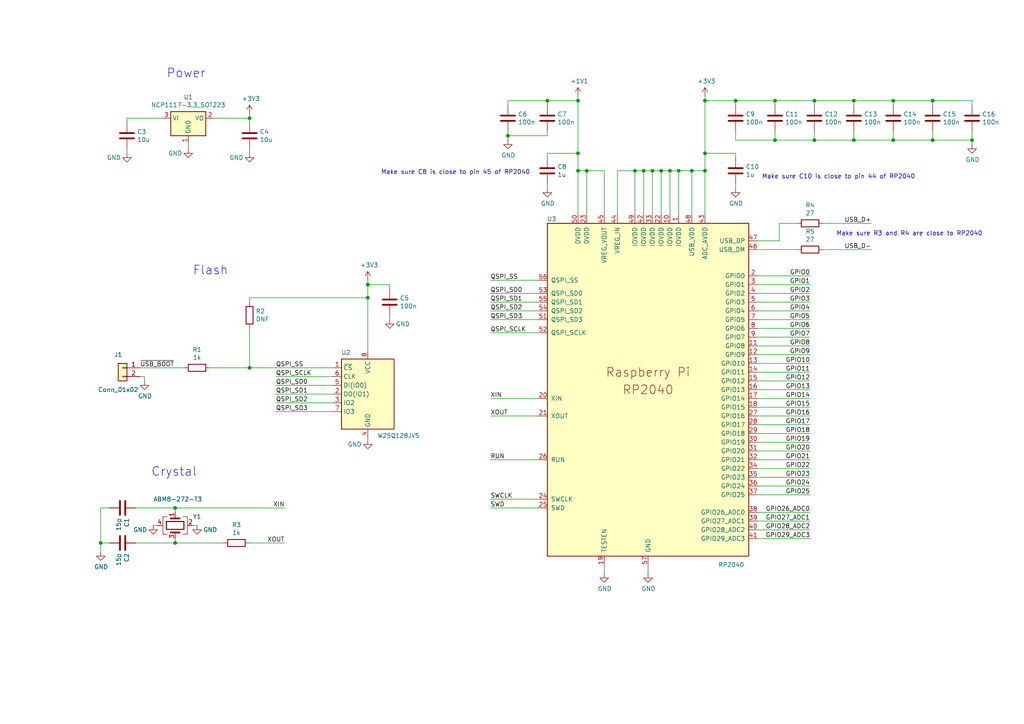
<source format=kicad_sch>
(kicad_sch
	(version 20231120)
	(generator "eeschema")
	(generator_version "8.0")
	(uuid "ae5b9b24-a0f0-4f94-ba37-dfa6044337e5")
	(paper "A4")
	(lib_symbols
		(symbol "Connector_Generic:Conn_01x02"
			(pin_names
				(offset 1.016) hide)
			(exclude_from_sim no)
			(in_bom yes)
			(on_board yes)
			(property "Reference" "J"
				(at 0 2.54 0)
				(effects
					(font
						(size 1.27 1.27)
					)
				)
			)
			(property "Value" "Conn_01x02"
				(at 0 -5.08 0)
				(effects
					(font
						(size 1.27 1.27)
					)
				)
			)
			(property "Footprint" ""
				(at 0 0 0)
				(effects
					(font
						(size 1.27 1.27)
					)
					(hide yes)
				)
			)
			(property "Datasheet" "~"
				(at 0 0 0)
				(effects
					(font
						(size 1.27 1.27)
					)
					(hide yes)
				)
			)
			(property "Description" "Generic connector, single row, 01x02, script generated (kicad-library-utils/schlib/autogen/connector/)"
				(at 0 0 0)
				(effects
					(font
						(size 1.27 1.27)
					)
					(hide yes)
				)
			)
			(property "ki_keywords" "connector"
				(at 0 0 0)
				(effects
					(font
						(size 1.27 1.27)
					)
					(hide yes)
				)
			)
			(property "ki_fp_filters" "Connector*:*_1x??_*"
				(at 0 0 0)
				(effects
					(font
						(size 1.27 1.27)
					)
					(hide yes)
				)
			)
			(symbol "Conn_01x02_1_1"
				(rectangle
					(start -1.27 -2.413)
					(end 0 -2.667)
					(stroke
						(width 0.1524)
						(type default)
					)
					(fill
						(type none)
					)
				)
				(rectangle
					(start -1.27 0.127)
					(end 0 -0.127)
					(stroke
						(width 0.1524)
						(type default)
					)
					(fill
						(type none)
					)
				)
				(rectangle
					(start -1.27 1.27)
					(end 1.27 -3.81)
					(stroke
						(width 0.254)
						(type default)
					)
					(fill
						(type background)
					)
				)
				(pin passive line
					(at -5.08 0 0)
					(length 3.81)
					(name "Pin_1"
						(effects
							(font
								(size 1.27 1.27)
							)
						)
					)
					(number "1"
						(effects
							(font
								(size 1.27 1.27)
							)
						)
					)
				)
				(pin passive line
					(at -5.08 -2.54 0)
					(length 3.81)
					(name "Pin_2"
						(effects
							(font
								(size 1.27 1.27)
							)
						)
					)
					(number "2"
						(effects
							(font
								(size 1.27 1.27)
							)
						)
					)
				)
			)
		)
		(symbol "Device:C"
			(pin_numbers hide)
			(pin_names
				(offset 0.254)
			)
			(exclude_from_sim no)
			(in_bom yes)
			(on_board yes)
			(property "Reference" "C"
				(at 0.635 2.54 0)
				(effects
					(font
						(size 1.27 1.27)
					)
					(justify left)
				)
			)
			(property "Value" "C"
				(at 0.635 -2.54 0)
				(effects
					(font
						(size 1.27 1.27)
					)
					(justify left)
				)
			)
			(property "Footprint" ""
				(at 0.9652 -3.81 0)
				(effects
					(font
						(size 1.27 1.27)
					)
					(hide yes)
				)
			)
			(property "Datasheet" "~"
				(at 0 0 0)
				(effects
					(font
						(size 1.27 1.27)
					)
					(hide yes)
				)
			)
			(property "Description" "Unpolarized capacitor"
				(at 0 0 0)
				(effects
					(font
						(size 1.27 1.27)
					)
					(hide yes)
				)
			)
			(property "ki_keywords" "cap capacitor"
				(at 0 0 0)
				(effects
					(font
						(size 1.27 1.27)
					)
					(hide yes)
				)
			)
			(property "ki_fp_filters" "C_*"
				(at 0 0 0)
				(effects
					(font
						(size 1.27 1.27)
					)
					(hide yes)
				)
			)
			(symbol "C_0_1"
				(polyline
					(pts
						(xy -2.032 -0.762) (xy 2.032 -0.762)
					)
					(stroke
						(width 0.508)
						(type default)
					)
					(fill
						(type none)
					)
				)
				(polyline
					(pts
						(xy -2.032 0.762) (xy 2.032 0.762)
					)
					(stroke
						(width 0.508)
						(type default)
					)
					(fill
						(type none)
					)
				)
			)
			(symbol "C_1_1"
				(pin passive line
					(at 0 3.81 270)
					(length 2.794)
					(name "~"
						(effects
							(font
								(size 1.27 1.27)
							)
						)
					)
					(number "1"
						(effects
							(font
								(size 1.27 1.27)
							)
						)
					)
				)
				(pin passive line
					(at 0 -3.81 90)
					(length 2.794)
					(name "~"
						(effects
							(font
								(size 1.27 1.27)
							)
						)
					)
					(number "2"
						(effects
							(font
								(size 1.27 1.27)
							)
						)
					)
				)
			)
		)
		(symbol "Device:Crystal_GND24"
			(pin_names
				(offset 1.016) hide)
			(exclude_from_sim no)
			(in_bom yes)
			(on_board yes)
			(property "Reference" "Y"
				(at 3.175 5.08 0)
				(effects
					(font
						(size 1.27 1.27)
					)
					(justify left)
				)
			)
			(property "Value" "Crystal_GND24"
				(at 3.175 3.175 0)
				(effects
					(font
						(size 1.27 1.27)
					)
					(justify left)
				)
			)
			(property "Footprint" ""
				(at 0 0 0)
				(effects
					(font
						(size 1.27 1.27)
					)
					(hide yes)
				)
			)
			(property "Datasheet" "~"
				(at 0 0 0)
				(effects
					(font
						(size 1.27 1.27)
					)
					(hide yes)
				)
			)
			(property "Description" "Four pin crystal, GND on pins 2 and 4"
				(at 0 0 0)
				(effects
					(font
						(size 1.27 1.27)
					)
					(hide yes)
				)
			)
			(property "ki_keywords" "quartz ceramic resonator oscillator"
				(at 0 0 0)
				(effects
					(font
						(size 1.27 1.27)
					)
					(hide yes)
				)
			)
			(property "ki_fp_filters" "Crystal*"
				(at 0 0 0)
				(effects
					(font
						(size 1.27 1.27)
					)
					(hide yes)
				)
			)
			(symbol "Crystal_GND24_0_1"
				(rectangle
					(start -1.143 2.54)
					(end 1.143 -2.54)
					(stroke
						(width 0.3048)
						(type default)
					)
					(fill
						(type none)
					)
				)
				(polyline
					(pts
						(xy -2.54 0) (xy -2.032 0)
					)
					(stroke
						(width 0)
						(type default)
					)
					(fill
						(type none)
					)
				)
				(polyline
					(pts
						(xy -2.032 -1.27) (xy -2.032 1.27)
					)
					(stroke
						(width 0.508)
						(type default)
					)
					(fill
						(type none)
					)
				)
				(polyline
					(pts
						(xy 0 -3.81) (xy 0 -3.556)
					)
					(stroke
						(width 0)
						(type default)
					)
					(fill
						(type none)
					)
				)
				(polyline
					(pts
						(xy 0 3.556) (xy 0 3.81)
					)
					(stroke
						(width 0)
						(type default)
					)
					(fill
						(type none)
					)
				)
				(polyline
					(pts
						(xy 2.032 -1.27) (xy 2.032 1.27)
					)
					(stroke
						(width 0.508)
						(type default)
					)
					(fill
						(type none)
					)
				)
				(polyline
					(pts
						(xy 2.032 0) (xy 2.54 0)
					)
					(stroke
						(width 0)
						(type default)
					)
					(fill
						(type none)
					)
				)
				(polyline
					(pts
						(xy -2.54 -2.286) (xy -2.54 -3.556) (xy 2.54 -3.556) (xy 2.54 -2.286)
					)
					(stroke
						(width 0)
						(type default)
					)
					(fill
						(type none)
					)
				)
				(polyline
					(pts
						(xy -2.54 2.286) (xy -2.54 3.556) (xy 2.54 3.556) (xy 2.54 2.286)
					)
					(stroke
						(width 0)
						(type default)
					)
					(fill
						(type none)
					)
				)
			)
			(symbol "Crystal_GND24_1_1"
				(pin passive line
					(at -3.81 0 0)
					(length 1.27)
					(name "1"
						(effects
							(font
								(size 1.27 1.27)
							)
						)
					)
					(number "1"
						(effects
							(font
								(size 1.27 1.27)
							)
						)
					)
				)
				(pin passive line
					(at 0 5.08 270)
					(length 1.27)
					(name "2"
						(effects
							(font
								(size 1.27 1.27)
							)
						)
					)
					(number "2"
						(effects
							(font
								(size 1.27 1.27)
							)
						)
					)
				)
				(pin passive line
					(at 3.81 0 180)
					(length 1.27)
					(name "3"
						(effects
							(font
								(size 1.27 1.27)
							)
						)
					)
					(number "3"
						(effects
							(font
								(size 1.27 1.27)
							)
						)
					)
				)
				(pin passive line
					(at 0 -5.08 90)
					(length 1.27)
					(name "4"
						(effects
							(font
								(size 1.27 1.27)
							)
						)
					)
					(number "4"
						(effects
							(font
								(size 1.27 1.27)
							)
						)
					)
				)
			)
		)
		(symbol "Device:R"
			(pin_numbers hide)
			(pin_names
				(offset 0)
			)
			(exclude_from_sim no)
			(in_bom yes)
			(on_board yes)
			(property "Reference" "R"
				(at 2.032 0 90)
				(effects
					(font
						(size 1.27 1.27)
					)
				)
			)
			(property "Value" "R"
				(at 0 0 90)
				(effects
					(font
						(size 1.27 1.27)
					)
				)
			)
			(property "Footprint" ""
				(at -1.778 0 90)
				(effects
					(font
						(size 1.27 1.27)
					)
					(hide yes)
				)
			)
			(property "Datasheet" "~"
				(at 0 0 0)
				(effects
					(font
						(size 1.27 1.27)
					)
					(hide yes)
				)
			)
			(property "Description" "Resistor"
				(at 0 0 0)
				(effects
					(font
						(size 1.27 1.27)
					)
					(hide yes)
				)
			)
			(property "ki_keywords" "R res resistor"
				(at 0 0 0)
				(effects
					(font
						(size 1.27 1.27)
					)
					(hide yes)
				)
			)
			(property "ki_fp_filters" "R_*"
				(at 0 0 0)
				(effects
					(font
						(size 1.27 1.27)
					)
					(hide yes)
				)
			)
			(symbol "R_0_1"
				(rectangle
					(start -1.016 -2.54)
					(end 1.016 2.54)
					(stroke
						(width 0.254)
						(type default)
					)
					(fill
						(type none)
					)
				)
			)
			(symbol "R_1_1"
				(pin passive line
					(at 0 3.81 270)
					(length 1.27)
					(name "~"
						(effects
							(font
								(size 1.27 1.27)
							)
						)
					)
					(number "1"
						(effects
							(font
								(size 1.27 1.27)
							)
						)
					)
				)
				(pin passive line
					(at 0 -3.81 90)
					(length 1.27)
					(name "~"
						(effects
							(font
								(size 1.27 1.27)
							)
						)
					)
					(number "2"
						(effects
							(font
								(size 1.27 1.27)
							)
						)
					)
				)
			)
		)
		(symbol "MCU_RaspberryPi_RP2040:RP2040"
			(pin_names
				(offset 1.016)
			)
			(exclude_from_sim no)
			(in_bom yes)
			(on_board yes)
			(property "Reference" "U"
				(at -29.21 49.53 0)
				(effects
					(font
						(size 1.27 1.27)
					)
				)
			)
			(property "Value" "RP2040"
				(at 24.13 -49.53 0)
				(effects
					(font
						(size 1.27 1.27)
					)
				)
			)
			(property "Footprint" "RP2040_minimal:RP2040-QFN-56"
				(at -19.05 0 0)
				(effects
					(font
						(size 1.27 1.27)
					)
					(hide yes)
				)
			)
			(property "Datasheet" ""
				(at -19.05 0 0)
				(effects
					(font
						(size 1.27 1.27)
					)
					(hide yes)
				)
			)
			(property "Description" ""
				(at 0 0 0)
				(effects
					(font
						(size 1.27 1.27)
					)
					(hide yes)
				)
			)
			(symbol "RP2040_0_0"
				(text "Raspberry Pi"
					(at 0 5.08 0)
					(effects
						(font
							(size 2.54 2.54)
						)
					)
				)
				(text "RP2040"
					(at 0 0 0)
					(effects
						(font
							(size 2.54 2.54)
						)
					)
				)
			)
			(symbol "RP2040_0_1"
				(rectangle
					(start 29.21 48.26)
					(end -29.21 -48.26)
					(stroke
						(width 0.254)
						(type solid)
					)
					(fill
						(type background)
					)
				)
			)
			(symbol "RP2040_1_1"
				(pin power_in line
					(at 8.89 50.8 270)
					(length 2.54)
					(name "IOVDD"
						(effects
							(font
								(size 1.27 1.27)
							)
						)
					)
					(number "1"
						(effects
							(font
								(size 1.27 1.27)
							)
						)
					)
				)
				(pin power_in line
					(at 6.35 50.8 270)
					(length 2.54)
					(name "IOVDD"
						(effects
							(font
								(size 1.27 1.27)
							)
						)
					)
					(number "10"
						(effects
							(font
								(size 1.27 1.27)
							)
						)
					)
				)
				(pin bidirectional line
					(at 31.75 12.7 180)
					(length 2.54)
					(name "GPIO8"
						(effects
							(font
								(size 1.27 1.27)
							)
						)
					)
					(number "11"
						(effects
							(font
								(size 1.27 1.27)
							)
						)
					)
				)
				(pin bidirectional line
					(at 31.75 10.16 180)
					(length 2.54)
					(name "GPIO9"
						(effects
							(font
								(size 1.27 1.27)
							)
						)
					)
					(number "12"
						(effects
							(font
								(size 1.27 1.27)
							)
						)
					)
				)
				(pin bidirectional line
					(at 31.75 7.62 180)
					(length 2.54)
					(name "GPIO10"
						(effects
							(font
								(size 1.27 1.27)
							)
						)
					)
					(number "13"
						(effects
							(font
								(size 1.27 1.27)
							)
						)
					)
				)
				(pin bidirectional line
					(at 31.75 5.08 180)
					(length 2.54)
					(name "GPIO11"
						(effects
							(font
								(size 1.27 1.27)
							)
						)
					)
					(number "14"
						(effects
							(font
								(size 1.27 1.27)
							)
						)
					)
				)
				(pin bidirectional line
					(at 31.75 2.54 180)
					(length 2.54)
					(name "GPIO12"
						(effects
							(font
								(size 1.27 1.27)
							)
						)
					)
					(number "15"
						(effects
							(font
								(size 1.27 1.27)
							)
						)
					)
				)
				(pin bidirectional line
					(at 31.75 0 180)
					(length 2.54)
					(name "GPIO13"
						(effects
							(font
								(size 1.27 1.27)
							)
						)
					)
					(number "16"
						(effects
							(font
								(size 1.27 1.27)
							)
						)
					)
				)
				(pin bidirectional line
					(at 31.75 -2.54 180)
					(length 2.54)
					(name "GPIO14"
						(effects
							(font
								(size 1.27 1.27)
							)
						)
					)
					(number "17"
						(effects
							(font
								(size 1.27 1.27)
							)
						)
					)
				)
				(pin bidirectional line
					(at 31.75 -5.08 180)
					(length 2.54)
					(name "GPIO15"
						(effects
							(font
								(size 1.27 1.27)
							)
						)
					)
					(number "18"
						(effects
							(font
								(size 1.27 1.27)
							)
						)
					)
				)
				(pin passive line
					(at -12.7 -50.8 90)
					(length 2.54)
					(name "TESTEN"
						(effects
							(font
								(size 1.27 1.27)
							)
						)
					)
					(number "19"
						(effects
							(font
								(size 1.27 1.27)
							)
						)
					)
				)
				(pin bidirectional line
					(at 31.75 33.02 180)
					(length 2.54)
					(name "GPIO0"
						(effects
							(font
								(size 1.27 1.27)
							)
						)
					)
					(number "2"
						(effects
							(font
								(size 1.27 1.27)
							)
						)
					)
				)
				(pin input line
					(at -31.75 -2.54 0)
					(length 2.54)
					(name "XIN"
						(effects
							(font
								(size 1.27 1.27)
							)
						)
					)
					(number "20"
						(effects
							(font
								(size 1.27 1.27)
							)
						)
					)
				)
				(pin passive line
					(at -31.75 -7.62 0)
					(length 2.54)
					(name "XOUT"
						(effects
							(font
								(size 1.27 1.27)
							)
						)
					)
					(number "21"
						(effects
							(font
								(size 1.27 1.27)
							)
						)
					)
				)
				(pin power_in line
					(at 3.81 50.8 270)
					(length 2.54)
					(name "IOVDD"
						(effects
							(font
								(size 1.27 1.27)
							)
						)
					)
					(number "22"
						(effects
							(font
								(size 1.27 1.27)
							)
						)
					)
				)
				(pin power_in line
					(at -17.78 50.8 270)
					(length 2.54)
					(name "DVDD"
						(effects
							(font
								(size 1.27 1.27)
							)
						)
					)
					(number "23"
						(effects
							(font
								(size 1.27 1.27)
							)
						)
					)
				)
				(pin output line
					(at -31.75 -31.75 0)
					(length 2.54)
					(name "SWCLK"
						(effects
							(font
								(size 1.27 1.27)
							)
						)
					)
					(number "24"
						(effects
							(font
								(size 1.27 1.27)
							)
						)
					)
				)
				(pin bidirectional line
					(at -31.75 -34.29 0)
					(length 2.54)
					(name "SWD"
						(effects
							(font
								(size 1.27 1.27)
							)
						)
					)
					(number "25"
						(effects
							(font
								(size 1.27 1.27)
							)
						)
					)
				)
				(pin input line
					(at -31.75 -20.32 0)
					(length 2.54)
					(name "RUN"
						(effects
							(font
								(size 1.27 1.27)
							)
						)
					)
					(number "26"
						(effects
							(font
								(size 1.27 1.27)
							)
						)
					)
				)
				(pin bidirectional line
					(at 31.75 -7.62 180)
					(length 2.54)
					(name "GPIO16"
						(effects
							(font
								(size 1.27 1.27)
							)
						)
					)
					(number "27"
						(effects
							(font
								(size 1.27 1.27)
							)
						)
					)
				)
				(pin bidirectional line
					(at 31.75 -10.16 180)
					(length 2.54)
					(name "GPIO17"
						(effects
							(font
								(size 1.27 1.27)
							)
						)
					)
					(number "28"
						(effects
							(font
								(size 1.27 1.27)
							)
						)
					)
				)
				(pin bidirectional line
					(at 31.75 -12.7 180)
					(length 2.54)
					(name "GPIO18"
						(effects
							(font
								(size 1.27 1.27)
							)
						)
					)
					(number "29"
						(effects
							(font
								(size 1.27 1.27)
							)
						)
					)
				)
				(pin bidirectional line
					(at 31.75 30.48 180)
					(length 2.54)
					(name "GPIO1"
						(effects
							(font
								(size 1.27 1.27)
							)
						)
					)
					(number "3"
						(effects
							(font
								(size 1.27 1.27)
							)
						)
					)
				)
				(pin bidirectional line
					(at 31.75 -15.24 180)
					(length 2.54)
					(name "GPIO19"
						(effects
							(font
								(size 1.27 1.27)
							)
						)
					)
					(number "30"
						(effects
							(font
								(size 1.27 1.27)
							)
						)
					)
				)
				(pin bidirectional line
					(at 31.75 -17.78 180)
					(length 2.54)
					(name "GPIO20"
						(effects
							(font
								(size 1.27 1.27)
							)
						)
					)
					(number "31"
						(effects
							(font
								(size 1.27 1.27)
							)
						)
					)
				)
				(pin bidirectional line
					(at 31.75 -20.32 180)
					(length 2.54)
					(name "GPIO21"
						(effects
							(font
								(size 1.27 1.27)
							)
						)
					)
					(number "32"
						(effects
							(font
								(size 1.27 1.27)
							)
						)
					)
				)
				(pin power_in line
					(at 1.27 50.8 270)
					(length 2.54)
					(name "IOVDD"
						(effects
							(font
								(size 1.27 1.27)
							)
						)
					)
					(number "33"
						(effects
							(font
								(size 1.27 1.27)
							)
						)
					)
				)
				(pin bidirectional line
					(at 31.75 -22.86 180)
					(length 2.54)
					(name "GPIO22"
						(effects
							(font
								(size 1.27 1.27)
							)
						)
					)
					(number "34"
						(effects
							(font
								(size 1.27 1.27)
							)
						)
					)
				)
				(pin bidirectional line
					(at 31.75 -25.4 180)
					(length 2.54)
					(name "GPIO23"
						(effects
							(font
								(size 1.27 1.27)
							)
						)
					)
					(number "35"
						(effects
							(font
								(size 1.27 1.27)
							)
						)
					)
				)
				(pin bidirectional line
					(at 31.75 -27.94 180)
					(length 2.54)
					(name "GPIO24"
						(effects
							(font
								(size 1.27 1.27)
							)
						)
					)
					(number "36"
						(effects
							(font
								(size 1.27 1.27)
							)
						)
					)
				)
				(pin bidirectional line
					(at 31.75 -30.48 180)
					(length 2.54)
					(name "GPIO25"
						(effects
							(font
								(size 1.27 1.27)
							)
						)
					)
					(number "37"
						(effects
							(font
								(size 1.27 1.27)
							)
						)
					)
				)
				(pin bidirectional line
					(at 31.75 -35.56 180)
					(length 2.54)
					(name "GPIO26_ADC0"
						(effects
							(font
								(size 1.27 1.27)
							)
						)
					)
					(number "38"
						(effects
							(font
								(size 1.27 1.27)
							)
						)
					)
				)
				(pin bidirectional line
					(at 31.75 -38.1 180)
					(length 2.54)
					(name "GPIO27_ADC1"
						(effects
							(font
								(size 1.27 1.27)
							)
						)
					)
					(number "39"
						(effects
							(font
								(size 1.27 1.27)
							)
						)
					)
				)
				(pin bidirectional line
					(at 31.75 27.94 180)
					(length 2.54)
					(name "GPIO2"
						(effects
							(font
								(size 1.27 1.27)
							)
						)
					)
					(number "4"
						(effects
							(font
								(size 1.27 1.27)
							)
						)
					)
				)
				(pin bidirectional line
					(at 31.75 -40.64 180)
					(length 2.54)
					(name "GPIO28_ADC2"
						(effects
							(font
								(size 1.27 1.27)
							)
						)
					)
					(number "40"
						(effects
							(font
								(size 1.27 1.27)
							)
						)
					)
				)
				(pin bidirectional line
					(at 31.75 -43.18 180)
					(length 2.54)
					(name "GPIO29_ADC3"
						(effects
							(font
								(size 1.27 1.27)
							)
						)
					)
					(number "41"
						(effects
							(font
								(size 1.27 1.27)
							)
						)
					)
				)
				(pin power_in line
					(at -1.27 50.8 270)
					(length 2.54)
					(name "IOVDD"
						(effects
							(font
								(size 1.27 1.27)
							)
						)
					)
					(number "42"
						(effects
							(font
								(size 1.27 1.27)
							)
						)
					)
				)
				(pin power_in line
					(at 16.51 50.8 270)
					(length 2.54)
					(name "ADC_AVDD"
						(effects
							(font
								(size 1.27 1.27)
							)
						)
					)
					(number "43"
						(effects
							(font
								(size 1.27 1.27)
							)
						)
					)
				)
				(pin power_in line
					(at -8.89 50.8 270)
					(length 2.54)
					(name "VREG_IN"
						(effects
							(font
								(size 1.27 1.27)
							)
						)
					)
					(number "44"
						(effects
							(font
								(size 1.27 1.27)
							)
						)
					)
				)
				(pin power_out line
					(at -12.7 50.8 270)
					(length 2.54)
					(name "VREG_VOUT"
						(effects
							(font
								(size 1.27 1.27)
							)
						)
					)
					(number "45"
						(effects
							(font
								(size 1.27 1.27)
							)
						)
					)
				)
				(pin bidirectional line
					(at 31.75 40.64 180)
					(length 2.54)
					(name "USB_DM"
						(effects
							(font
								(size 1.27 1.27)
							)
						)
					)
					(number "46"
						(effects
							(font
								(size 1.27 1.27)
							)
						)
					)
				)
				(pin bidirectional line
					(at 31.75 43.18 180)
					(length 2.54)
					(name "USB_DP"
						(effects
							(font
								(size 1.27 1.27)
							)
						)
					)
					(number "47"
						(effects
							(font
								(size 1.27 1.27)
							)
						)
					)
				)
				(pin power_in line
					(at 12.7 50.8 270)
					(length 2.54)
					(name "USB_VDD"
						(effects
							(font
								(size 1.27 1.27)
							)
						)
					)
					(number "48"
						(effects
							(font
								(size 1.27 1.27)
							)
						)
					)
				)
				(pin power_in line
					(at -3.81 50.8 270)
					(length 2.54)
					(name "IOVDD"
						(effects
							(font
								(size 1.27 1.27)
							)
						)
					)
					(number "49"
						(effects
							(font
								(size 1.27 1.27)
							)
						)
					)
				)
				(pin bidirectional line
					(at 31.75 25.4 180)
					(length 2.54)
					(name "GPIO3"
						(effects
							(font
								(size 1.27 1.27)
							)
						)
					)
					(number "5"
						(effects
							(font
								(size 1.27 1.27)
							)
						)
					)
				)
				(pin power_in line
					(at -20.32 50.8 270)
					(length 2.54)
					(name "DVDD"
						(effects
							(font
								(size 1.27 1.27)
							)
						)
					)
					(number "50"
						(effects
							(font
								(size 1.27 1.27)
							)
						)
					)
				)
				(pin bidirectional line
					(at -31.75 20.32 0)
					(length 2.54)
					(name "QSPI_SD3"
						(effects
							(font
								(size 1.27 1.27)
							)
						)
					)
					(number "51"
						(effects
							(font
								(size 1.27 1.27)
							)
						)
					)
				)
				(pin output line
					(at -31.75 16.51 0)
					(length 2.54)
					(name "QSPI_SCLK"
						(effects
							(font
								(size 1.27 1.27)
							)
						)
					)
					(number "52"
						(effects
							(font
								(size 1.27 1.27)
							)
						)
					)
				)
				(pin bidirectional line
					(at -31.75 27.94 0)
					(length 2.54)
					(name "QSPI_SD0"
						(effects
							(font
								(size 1.27 1.27)
							)
						)
					)
					(number "53"
						(effects
							(font
								(size 1.27 1.27)
							)
						)
					)
				)
				(pin bidirectional line
					(at -31.75 22.86 0)
					(length 2.54)
					(name "QSPI_SD2"
						(effects
							(font
								(size 1.27 1.27)
							)
						)
					)
					(number "54"
						(effects
							(font
								(size 1.27 1.27)
							)
						)
					)
				)
				(pin bidirectional line
					(at -31.75 25.4 0)
					(length 2.54)
					(name "QSPI_SD1"
						(effects
							(font
								(size 1.27 1.27)
							)
						)
					)
					(number "55"
						(effects
							(font
								(size 1.27 1.27)
							)
						)
					)
				)
				(pin bidirectional line
					(at -31.75 31.75 0)
					(length 2.54)
					(name "QSPI_SS"
						(effects
							(font
								(size 1.27 1.27)
							)
						)
					)
					(number "56"
						(effects
							(font
								(size 1.27 1.27)
							)
						)
					)
				)
				(pin power_in line
					(at 0 -50.8 90)
					(length 2.54)
					(name "GND"
						(effects
							(font
								(size 1.27 1.27)
							)
						)
					)
					(number "57"
						(effects
							(font
								(size 1.27 1.27)
							)
						)
					)
				)
				(pin bidirectional line
					(at 31.75 22.86 180)
					(length 2.54)
					(name "GPIO4"
						(effects
							(font
								(size 1.27 1.27)
							)
						)
					)
					(number "6"
						(effects
							(font
								(size 1.27 1.27)
							)
						)
					)
				)
				(pin bidirectional line
					(at 31.75 20.32 180)
					(length 2.54)
					(name "GPIO5"
						(effects
							(font
								(size 1.27 1.27)
							)
						)
					)
					(number "7"
						(effects
							(font
								(size 1.27 1.27)
							)
						)
					)
				)
				(pin bidirectional line
					(at 31.75 17.78 180)
					(length 2.54)
					(name "GPIO6"
						(effects
							(font
								(size 1.27 1.27)
							)
						)
					)
					(number "8"
						(effects
							(font
								(size 1.27 1.27)
							)
						)
					)
				)
				(pin bidirectional line
					(at 31.75 15.24 180)
					(length 2.54)
					(name "GPIO7"
						(effects
							(font
								(size 1.27 1.27)
							)
						)
					)
					(number "9"
						(effects
							(font
								(size 1.27 1.27)
							)
						)
					)
				)
			)
		)
		(symbol "Mechanical:MountingHole"
			(pin_names
				(offset 1.016)
			)
			(exclude_from_sim no)
			(in_bom yes)
			(on_board yes)
			(property "Reference" "H"
				(at 0 5.08 0)
				(effects
					(font
						(size 1.27 1.27)
					)
				)
			)
			(property "Value" "MountingHole"
				(at 0 3.175 0)
				(effects
					(font
						(size 1.27 1.27)
					)
				)
			)
			(property "Footprint" ""
				(at 0 0 0)
				(effects
					(font
						(size 1.27 1.27)
					)
					(hide yes)
				)
			)
			(property "Datasheet" "~"
				(at 0 0 0)
				(effects
					(font
						(size 1.27 1.27)
					)
					(hide yes)
				)
			)
			(property "Description" "Mounting Hole without connection"
				(at 0 0 0)
				(effects
					(font
						(size 1.27 1.27)
					)
					(hide yes)
				)
			)
			(property "ki_keywords" "mounting hole"
				(at 0 0 0)
				(effects
					(font
						(size 1.27 1.27)
					)
					(hide yes)
				)
			)
			(property "ki_fp_filters" "MountingHole*"
				(at 0 0 0)
				(effects
					(font
						(size 1.27 1.27)
					)
					(hide yes)
				)
			)
			(symbol "MountingHole_0_1"
				(circle
					(center 0 0)
					(radius 1.27)
					(stroke
						(width 1.27)
						(type default)
					)
					(fill
						(type none)
					)
				)
			)
		)
		(symbol "Memory_Flash:W25Q128JVS"
			(exclude_from_sim no)
			(in_bom yes)
			(on_board yes)
			(property "Reference" "U"
				(at -8.89 8.89 0)
				(effects
					(font
						(size 1.27 1.27)
					)
				)
			)
			(property "Value" "W25Q128JVS"
				(at 7.62 8.89 0)
				(effects
					(font
						(size 1.27 1.27)
					)
				)
			)
			(property "Footprint" "Package_SO:SOIC-8_5.23x5.23mm_P1.27mm"
				(at 0 0 0)
				(effects
					(font
						(size 1.27 1.27)
					)
					(hide yes)
				)
			)
			(property "Datasheet" "http://www.winbond.com/resource-files/w25q128jv_dtr%20revc%2003272018%20plus.pdf"
				(at 0 0 0)
				(effects
					(font
						(size 1.27 1.27)
					)
					(hide yes)
				)
			)
			(property "Description" "128Mb Serial Flash Memory, Standard/Dual/Quad SPI, SOIC-8"
				(at 0 0 0)
				(effects
					(font
						(size 1.27 1.27)
					)
					(hide yes)
				)
			)
			(property "ki_keywords" "flash memory SPI QPI DTR"
				(at 0 0 0)
				(effects
					(font
						(size 1.27 1.27)
					)
					(hide yes)
				)
			)
			(property "ki_fp_filters" "SOIC*5.23x5.23mm*P1.27mm*"
				(at 0 0 0)
				(effects
					(font
						(size 1.27 1.27)
					)
					(hide yes)
				)
			)
			(symbol "W25Q128JVS_0_1"
				(rectangle
					(start -7.62 10.16)
					(end 7.62 -10.16)
					(stroke
						(width 0.254)
						(type default)
					)
					(fill
						(type background)
					)
				)
			)
			(symbol "W25Q128JVS_1_1"
				(pin input line
					(at -10.16 7.62 0)
					(length 2.54)
					(name "~{CS}"
						(effects
							(font
								(size 1.27 1.27)
							)
						)
					)
					(number "1"
						(effects
							(font
								(size 1.27 1.27)
							)
						)
					)
				)
				(pin bidirectional line
					(at -10.16 0 0)
					(length 2.54)
					(name "DO(IO1)"
						(effects
							(font
								(size 1.27 1.27)
							)
						)
					)
					(number "2"
						(effects
							(font
								(size 1.27 1.27)
							)
						)
					)
				)
				(pin bidirectional line
					(at -10.16 -2.54 0)
					(length 2.54)
					(name "IO2"
						(effects
							(font
								(size 1.27 1.27)
							)
						)
					)
					(number "3"
						(effects
							(font
								(size 1.27 1.27)
							)
						)
					)
				)
				(pin power_in line
					(at 0 -12.7 90)
					(length 2.54)
					(name "GND"
						(effects
							(font
								(size 1.27 1.27)
							)
						)
					)
					(number "4"
						(effects
							(font
								(size 1.27 1.27)
							)
						)
					)
				)
				(pin bidirectional line
					(at -10.16 2.54 0)
					(length 2.54)
					(name "DI(IO0)"
						(effects
							(font
								(size 1.27 1.27)
							)
						)
					)
					(number "5"
						(effects
							(font
								(size 1.27 1.27)
							)
						)
					)
				)
				(pin input line
					(at -10.16 5.08 0)
					(length 2.54)
					(name "CLK"
						(effects
							(font
								(size 1.27 1.27)
							)
						)
					)
					(number "6"
						(effects
							(font
								(size 1.27 1.27)
							)
						)
					)
				)
				(pin bidirectional line
					(at -10.16 -5.08 0)
					(length 2.54)
					(name "IO3"
						(effects
							(font
								(size 1.27 1.27)
							)
						)
					)
					(number "7"
						(effects
							(font
								(size 1.27 1.27)
							)
						)
					)
				)
				(pin power_in line
					(at 0 12.7 270)
					(length 2.54)
					(name "VCC"
						(effects
							(font
								(size 1.27 1.27)
							)
						)
					)
					(number "8"
						(effects
							(font
								(size 1.27 1.27)
							)
						)
					)
				)
			)
		)
		(symbol "Regulator_Linear:NCP1117-3.3_SOT223"
			(exclude_from_sim no)
			(in_bom yes)
			(on_board yes)
			(property "Reference" "U"
				(at -3.81 3.175 0)
				(effects
					(font
						(size 1.27 1.27)
					)
				)
			)
			(property "Value" "NCP1117-3.3_SOT223"
				(at 0 3.175 0)
				(effects
					(font
						(size 1.27 1.27)
					)
					(justify left)
				)
			)
			(property "Footprint" "Package_TO_SOT_SMD:SOT-223-3_TabPin2"
				(at 0 5.08 0)
				(effects
					(font
						(size 1.27 1.27)
					)
					(hide yes)
				)
			)
			(property "Datasheet" "http://www.onsemi.com/pub_link/Collateral/NCP1117-D.PDF"
				(at 2.54 -6.35 0)
				(effects
					(font
						(size 1.27 1.27)
					)
					(hide yes)
				)
			)
			(property "Description" "1A Low drop-out regulator, Fixed Output 3.3V, SOT-223"
				(at 0 0 0)
				(effects
					(font
						(size 1.27 1.27)
					)
					(hide yes)
				)
			)
			(property "ki_keywords" "REGULATOR LDO 3.3V"
				(at 0 0 0)
				(effects
					(font
						(size 1.27 1.27)
					)
					(hide yes)
				)
			)
			(property "ki_fp_filters" "SOT?223*TabPin2*"
				(at 0 0 0)
				(effects
					(font
						(size 1.27 1.27)
					)
					(hide yes)
				)
			)
			(symbol "NCP1117-3.3_SOT223_0_1"
				(rectangle
					(start -5.08 -5.08)
					(end 5.08 1.905)
					(stroke
						(width 0.254)
						(type default)
					)
					(fill
						(type background)
					)
				)
			)
			(symbol "NCP1117-3.3_SOT223_1_1"
				(pin power_in line
					(at 0 -7.62 90)
					(length 2.54)
					(name "GND"
						(effects
							(font
								(size 1.27 1.27)
							)
						)
					)
					(number "1"
						(effects
							(font
								(size 1.27 1.27)
							)
						)
					)
				)
				(pin power_out line
					(at 7.62 0 180)
					(length 2.54)
					(name "VO"
						(effects
							(font
								(size 1.27 1.27)
							)
						)
					)
					(number "2"
						(effects
							(font
								(size 1.27 1.27)
							)
						)
					)
				)
				(pin power_in line
					(at -7.62 0 0)
					(length 2.54)
					(name "VI"
						(effects
							(font
								(size 1.27 1.27)
							)
						)
					)
					(number "3"
						(effects
							(font
								(size 1.27 1.27)
							)
						)
					)
				)
			)
		)
		(symbol "power:+1V1"
			(power)
			(pin_names
				(offset 0)
			)
			(exclude_from_sim no)
			(in_bom yes)
			(on_board yes)
			(property "Reference" "#PWR"
				(at 0 -3.81 0)
				(effects
					(font
						(size 1.27 1.27)
					)
					(hide yes)
				)
			)
			(property "Value" "+1V1"
				(at 0 3.556 0)
				(effects
					(font
						(size 1.27 1.27)
					)
				)
			)
			(property "Footprint" ""
				(at 0 0 0)
				(effects
					(font
						(size 1.27 1.27)
					)
					(hide yes)
				)
			)
			(property "Datasheet" ""
				(at 0 0 0)
				(effects
					(font
						(size 1.27 1.27)
					)
					(hide yes)
				)
			)
			(property "Description" "Power symbol creates a global label with name \"+1V1\""
				(at 0 0 0)
				(effects
					(font
						(size 1.27 1.27)
					)
					(hide yes)
				)
			)
			(property "ki_keywords" "global power"
				(at 0 0 0)
				(effects
					(font
						(size 1.27 1.27)
					)
					(hide yes)
				)
			)
			(symbol "+1V1_0_1"
				(polyline
					(pts
						(xy -0.762 1.27) (xy 0 2.54)
					)
					(stroke
						(width 0)
						(type default)
					)
					(fill
						(type none)
					)
				)
				(polyline
					(pts
						(xy 0 0) (xy 0 2.54)
					)
					(stroke
						(width 0)
						(type default)
					)
					(fill
						(type none)
					)
				)
				(polyline
					(pts
						(xy 0 2.54) (xy 0.762 1.27)
					)
					(stroke
						(width 0)
						(type default)
					)
					(fill
						(type none)
					)
				)
			)
			(symbol "+1V1_1_1"
				(pin power_in line
					(at 0 0 90)
					(length 0) hide
					(name "+1V1"
						(effects
							(font
								(size 1.27 1.27)
							)
						)
					)
					(number "1"
						(effects
							(font
								(size 1.27 1.27)
							)
						)
					)
				)
			)
		)
		(symbol "power:+3V3"
			(power)
			(pin_names
				(offset 0)
			)
			(exclude_from_sim no)
			(in_bom yes)
			(on_board yes)
			(property "Reference" "#PWR"
				(at 0 -3.81 0)
				(effects
					(font
						(size 1.27 1.27)
					)
					(hide yes)
				)
			)
			(property "Value" "+3V3"
				(at 0 3.556 0)
				(effects
					(font
						(size 1.27 1.27)
					)
				)
			)
			(property "Footprint" ""
				(at 0 0 0)
				(effects
					(font
						(size 1.27 1.27)
					)
					(hide yes)
				)
			)
			(property "Datasheet" ""
				(at 0 0 0)
				(effects
					(font
						(size 1.27 1.27)
					)
					(hide yes)
				)
			)
			(property "Description" "Power symbol creates a global label with name \"+3V3\""
				(at 0 0 0)
				(effects
					(font
						(size 1.27 1.27)
					)
					(hide yes)
				)
			)
			(property "ki_keywords" "global power"
				(at 0 0 0)
				(effects
					(font
						(size 1.27 1.27)
					)
					(hide yes)
				)
			)
			(symbol "+3V3_0_1"
				(polyline
					(pts
						(xy -0.762 1.27) (xy 0 2.54)
					)
					(stroke
						(width 0)
						(type default)
					)
					(fill
						(type none)
					)
				)
				(polyline
					(pts
						(xy 0 0) (xy 0 2.54)
					)
					(stroke
						(width 0)
						(type default)
					)
					(fill
						(type none)
					)
				)
				(polyline
					(pts
						(xy 0 2.54) (xy 0.762 1.27)
					)
					(stroke
						(width 0)
						(type default)
					)
					(fill
						(type none)
					)
				)
			)
			(symbol "+3V3_1_1"
				(pin power_in line
					(at 0 0 90)
					(length 0) hide
					(name "+3V3"
						(effects
							(font
								(size 1.27 1.27)
							)
						)
					)
					(number "1"
						(effects
							(font
								(size 1.27 1.27)
							)
						)
					)
				)
			)
		)
		(symbol "power:GND"
			(power)
			(pin_names
				(offset 0)
			)
			(exclude_from_sim no)
			(in_bom yes)
			(on_board yes)
			(property "Reference" "#PWR"
				(at 0 -6.35 0)
				(effects
					(font
						(size 1.27 1.27)
					)
					(hide yes)
				)
			)
			(property "Value" "GND"
				(at 0 -3.81 0)
				(effects
					(font
						(size 1.27 1.27)
					)
				)
			)
			(property "Footprint" ""
				(at 0 0 0)
				(effects
					(font
						(size 1.27 1.27)
					)
					(hide yes)
				)
			)
			(property "Datasheet" ""
				(at 0 0 0)
				(effects
					(font
						(size 1.27 1.27)
					)
					(hide yes)
				)
			)
			(property "Description" "Power symbol creates a global label with name \"GND\" , ground"
				(at 0 0 0)
				(effects
					(font
						(size 1.27 1.27)
					)
					(hide yes)
				)
			)
			(property "ki_keywords" "global power"
				(at 0 0 0)
				(effects
					(font
						(size 1.27 1.27)
					)
					(hide yes)
				)
			)
			(symbol "GND_0_1"
				(polyline
					(pts
						(xy 0 0) (xy 0 -1.27) (xy 1.27 -1.27) (xy 0 -2.54) (xy -1.27 -1.27) (xy 0 -1.27)
					)
					(stroke
						(width 0)
						(type default)
					)
					(fill
						(type none)
					)
				)
			)
			(symbol "GND_1_1"
				(pin power_in line
					(at 0 0 270)
					(length 0) hide
					(name "GND"
						(effects
							(font
								(size 1.27 1.27)
							)
						)
					)
					(number "1"
						(effects
							(font
								(size 1.27 1.27)
							)
						)
					)
				)
			)
		)
	)
	(junction
		(at 106.68 86.36)
		(diameter 0)
		(color 0 0 0 0)
		(uuid "01a84a13-ebac-492d-82f7-2cb48ca16e4a")
	)
	(junction
		(at 147.32 39.37)
		(diameter 0)
		(color 0 0 0 0)
		(uuid "10971457-96ab-46dc-a778-462e90ae6377")
	)
	(junction
		(at 247.65 29.21)
		(diameter 0)
		(color 0 0 0 0)
		(uuid "115ff4cd-04df-456f-9047-df3e0b5e2a94")
	)
	(junction
		(at 236.22 40.64)
		(diameter 0)
		(color 0 0 0 0)
		(uuid "166e0cff-21fa-4816-9afd-6f8f6dc86416")
	)
	(junction
		(at 167.64 29.21)
		(diameter 0)
		(color 0 0 0 0)
		(uuid "1702c6e6-2a77-4235-ba93-513daea1b8f9")
	)
	(junction
		(at 106.68 82.55)
		(diameter 0)
		(color 0 0 0 0)
		(uuid "248b0ec9-cc13-4013-a151-676533b3fb10")
	)
	(junction
		(at 72.39 106.68)
		(diameter 0)
		(color 0 0 0 0)
		(uuid "2cff0b89-6512-4f8d-9c3d-ff208eb0039d")
	)
	(junction
		(at 196.85 49.53)
		(diameter 0)
		(color 0 0 0 0)
		(uuid "2e1206b0-2b32-4833-8493-e31a1bd619dc")
	)
	(junction
		(at 270.51 29.21)
		(diameter 0)
		(color 0 0 0 0)
		(uuid "2e21c382-122e-4eb1-b84c-70fedc3e51ab")
	)
	(junction
		(at 191.77 49.53)
		(diameter 0)
		(color 0 0 0 0)
		(uuid "32b44c82-7925-4a94-9a93-0f6e0a88b65b")
	)
	(junction
		(at 186.69 49.53)
		(diameter 0)
		(color 0 0 0 0)
		(uuid "3732ef87-7943-4f81-8eb7-536f82b76390")
	)
	(junction
		(at 189.23 49.53)
		(diameter 0)
		(color 0 0 0 0)
		(uuid "3844170a-8f53-4646-bf37-d6dbfa278e4d")
	)
	(junction
		(at 184.15 49.53)
		(diameter 0)
		(color 0 0 0 0)
		(uuid "5e2c5353-cdcb-40cc-89cf-88c91c9c0875")
	)
	(junction
		(at 50.8 147.32)
		(diameter 0)
		(color 0 0 0 0)
		(uuid "698af167-2cef-4751-93aa-fda98ea12727")
	)
	(junction
		(at 204.47 49.53)
		(diameter 0)
		(color 0 0 0 0)
		(uuid "79cabbf7-8e53-41bd-b754-c620c20b32db")
	)
	(junction
		(at 167.64 44.45)
		(diameter 0)
		(color 0 0 0 0)
		(uuid "7bdee243-b189-42a8-8810-90b861afb658")
	)
	(junction
		(at 224.79 29.21)
		(diameter 0)
		(color 0 0 0 0)
		(uuid "8f2b7c8a-39df-4798-b330-bd39ec8d9d14")
	)
	(junction
		(at 259.08 29.21)
		(diameter 0)
		(color 0 0 0 0)
		(uuid "965b48ea-2b10-467d-87a6-1879aec34371")
	)
	(junction
		(at 224.79 40.64)
		(diameter 0)
		(color 0 0 0 0)
		(uuid "a0e373ae-adb0-4c81-9a07-c2006c0136a0")
	)
	(junction
		(at 247.65 40.64)
		(diameter 0)
		(color 0 0 0 0)
		(uuid "a4c8468e-6eb5-4972-be27-e341809618bd")
	)
	(junction
		(at 200.66 49.53)
		(diameter 0)
		(color 0 0 0 0)
		(uuid "ac45834f-636a-436b-9cee-bfe6f28a32f0")
	)
	(junction
		(at 204.47 29.21)
		(diameter 0)
		(color 0 0 0 0)
		(uuid "b64811ad-d14a-4299-b08a-b23d3960cf4e")
	)
	(junction
		(at 281.94 40.64)
		(diameter 0)
		(color 0 0 0 0)
		(uuid "bf56e292-519b-43e5-a872-b994ad9aaa4b")
	)
	(junction
		(at 167.64 49.53)
		(diameter 0)
		(color 0 0 0 0)
		(uuid "c84523cd-3ddf-4e47-886d-7ec731ebc56a")
	)
	(junction
		(at 29.21 157.48)
		(diameter 0)
		(color 0 0 0 0)
		(uuid "ce3f4529-e5df-4d12-bb96-46b315feb4c9")
	)
	(junction
		(at 259.08 40.64)
		(diameter 0)
		(color 0 0 0 0)
		(uuid "d046fdf6-791e-48dd-93de-8de4b6092795")
	)
	(junction
		(at 50.8 157.48)
		(diameter 0)
		(color 0 0 0 0)
		(uuid "d33b5e8c-4643-442b-9756-3c130030bf55")
	)
	(junction
		(at 213.36 29.21)
		(diameter 0)
		(color 0 0 0 0)
		(uuid "da7f225e-3ea7-4ec2-921c-417de51cffd4")
	)
	(junction
		(at 204.47 44.45)
		(diameter 0)
		(color 0 0 0 0)
		(uuid "dbb1fe26-fe5b-4fe3-a6a3-2e47eb095d89")
	)
	(junction
		(at 236.22 29.21)
		(diameter 0)
		(color 0 0 0 0)
		(uuid "dd130887-c403-4c76-9cb9-e21ffe4746bb")
	)
	(junction
		(at 270.51 40.64)
		(diameter 0)
		(color 0 0 0 0)
		(uuid "df0f8a53-0ca0-42a7-9e07-cf7b42563dbc")
	)
	(junction
		(at 170.18 49.53)
		(diameter 0)
		(color 0 0 0 0)
		(uuid "e74252ec-9cd5-4e82-a970-d85082378c31")
	)
	(junction
		(at 194.31 49.53)
		(diameter 0)
		(color 0 0 0 0)
		(uuid "eb44410d-5ecd-4375-a55e-2b6bff516aa6")
	)
	(junction
		(at 72.39 34.29)
		(diameter 0)
		(color 0 0 0 0)
		(uuid "fa8f1a6b-d62a-4e2b-b42e-b65f0ea22c34")
	)
	(junction
		(at 158.75 29.21)
		(diameter 0)
		(color 0 0 0 0)
		(uuid "fbba2f4c-57ce-4286-b5ad-af649e63920c")
	)
	(wire
		(pts
			(xy 236.22 38.1) (xy 236.22 40.64)
		)
		(stroke
			(width 0)
			(type default)
		)
		(uuid "03a4c39d-34fa-4379-aad7-80886e527c47")
	)
	(wire
		(pts
			(xy 219.71 138.43) (xy 234.95 138.43)
		)
		(stroke
			(width 0)
			(type default)
		)
		(uuid "03fb72d8-5cb6-4bcd-8a06-9422cea010a5")
	)
	(wire
		(pts
			(xy 96.52 116.84) (xy 80.01 116.84)
		)
		(stroke
			(width 0)
			(type default)
		)
		(uuid "04801275-cf74-4acf-a88d-05287a26d832")
	)
	(wire
		(pts
			(xy 204.47 29.21) (xy 213.36 29.21)
		)
		(stroke
			(width 0)
			(type default)
		)
		(uuid "04d01265-d9ee-4e8b-9bcc-ba0407919b1a")
	)
	(wire
		(pts
			(xy 219.71 128.27) (xy 234.95 128.27)
		)
		(stroke
			(width 0)
			(type default)
		)
		(uuid "0cdb7ded-99d6-46b1-a472-d79664fec4e7")
	)
	(wire
		(pts
			(xy 191.77 49.53) (xy 194.31 49.53)
		)
		(stroke
			(width 0)
			(type default)
		)
		(uuid "0d230a96-1fbf-48d9-91ad-408d6f1a225f")
	)
	(wire
		(pts
			(xy 53.34 106.68) (xy 40.64 106.68)
		)
		(stroke
			(width 0)
			(type default)
		)
		(uuid "0e258f90-1c00-49a2-a781-3a5ea0e105fb")
	)
	(wire
		(pts
			(xy 247.65 29.21) (xy 259.08 29.21)
		)
		(stroke
			(width 0)
			(type default)
		)
		(uuid "0f74c9c0-0daf-4fd4-a57f-d7619d3adcc3")
	)
	(wire
		(pts
			(xy 219.71 133.35) (xy 234.95 133.35)
		)
		(stroke
			(width 0)
			(type default)
		)
		(uuid "11a4bfaf-5a8e-44d6-8640-5e100eab5b0c")
	)
	(wire
		(pts
			(xy 219.71 140.97) (xy 234.95 140.97)
		)
		(stroke
			(width 0)
			(type default)
		)
		(uuid "11a4eec9-e20d-4c56-aa78-556ff87a20c5")
	)
	(wire
		(pts
			(xy 219.71 105.41) (xy 234.95 105.41)
		)
		(stroke
			(width 0)
			(type default)
		)
		(uuid "157b1a5a-70ff-4240-8c56-436c4ecad735")
	)
	(wire
		(pts
			(xy 142.24 92.71) (xy 156.21 92.71)
		)
		(stroke
			(width 0)
			(type default)
		)
		(uuid "17647670-dc1b-48ec-b475-aeb69b52bcc3")
	)
	(wire
		(pts
			(xy 156.21 120.65) (xy 142.24 120.65)
		)
		(stroke
			(width 0)
			(type default)
		)
		(uuid "18cca5e8-9326-49d0-b602-7d296553e589")
	)
	(wire
		(pts
			(xy 186.69 49.53) (xy 189.23 49.53)
		)
		(stroke
			(width 0)
			(type default)
		)
		(uuid "1986933f-cde3-4b03-a888-c9d6de53e921")
	)
	(wire
		(pts
			(xy 29.21 157.48) (xy 29.21 160.02)
		)
		(stroke
			(width 0)
			(type default)
		)
		(uuid "1be4f491-312e-4891-aec4-90912fcfe7c4")
	)
	(wire
		(pts
			(xy 219.71 92.71) (xy 234.95 92.71)
		)
		(stroke
			(width 0)
			(type default)
		)
		(uuid "1be7ad68-69eb-431b-becc-9c2d62b8e2e0")
	)
	(wire
		(pts
			(xy 259.08 29.21) (xy 270.51 29.21)
		)
		(stroke
			(width 0)
			(type default)
		)
		(uuid "1d3390b9-95b1-405a-8e8c-780c414073b7")
	)
	(wire
		(pts
			(xy 50.8 157.48) (xy 64.77 157.48)
		)
		(stroke
			(width 0)
			(type default)
		)
		(uuid "23dda110-0c21-4307-b8d4-bcfa1a6cf7b0")
	)
	(wire
		(pts
			(xy 167.64 49.53) (xy 167.64 62.23)
		)
		(stroke
			(width 0)
			(type default)
		)
		(uuid "244568be-19c4-43ee-8224-b5e12e09f81a")
	)
	(wire
		(pts
			(xy 270.51 30.48) (xy 270.51 29.21)
		)
		(stroke
			(width 0)
			(type default)
		)
		(uuid "24ee8fd7-c191-4c67-bd4e-5e184b006107")
	)
	(wire
		(pts
			(xy 54.61 41.91) (xy 54.61 43.18)
		)
		(stroke
			(width 0)
			(type default)
		)
		(uuid "255658db-e425-49a5-a94e-74b04912b0ce")
	)
	(wire
		(pts
			(xy 219.71 118.11) (xy 234.95 118.11)
		)
		(stroke
			(width 0)
			(type default)
		)
		(uuid "26519237-c20b-4a72-b960-4766f2b4509d")
	)
	(wire
		(pts
			(xy 39.37 147.32) (xy 50.8 147.32)
		)
		(stroke
			(width 0)
			(type default)
		)
		(uuid "269979a9-8614-4bc0-bae6-b40f14fce4d3")
	)
	(wire
		(pts
			(xy 147.32 38.1) (xy 147.32 39.37)
		)
		(stroke
			(width 0)
			(type default)
		)
		(uuid "28b90f8f-8fd4-4544-a2db-5f4a9b08df76")
	)
	(wire
		(pts
			(xy 80.01 109.22) (xy 96.52 109.22)
		)
		(stroke
			(width 0)
			(type default)
		)
		(uuid "28c30c74-e4e8-46d6-a95f-1b479144f838")
	)
	(wire
		(pts
			(xy 156.21 147.32) (xy 142.24 147.32)
		)
		(stroke
			(width 0)
			(type default)
		)
		(uuid "28ffa540-de43-4489-a821-7f2783179500")
	)
	(wire
		(pts
			(xy 167.64 29.21) (xy 167.64 44.45)
		)
		(stroke
			(width 0)
			(type default)
		)
		(uuid "2c70b815-e1f1-4622-a8d5-85c8ebb23238")
	)
	(wire
		(pts
			(xy 247.65 40.64) (xy 236.22 40.64)
		)
		(stroke
			(width 0)
			(type default)
		)
		(uuid "2f52b93f-7c8f-4523-9af2-6515b2964f28")
	)
	(wire
		(pts
			(xy 158.75 44.45) (xy 167.64 44.45)
		)
		(stroke
			(width 0)
			(type default)
		)
		(uuid "320d01a7-611a-4a99-8471-41dc94d5a19f")
	)
	(wire
		(pts
			(xy 219.71 151.13) (xy 234.95 151.13)
		)
		(stroke
			(width 0)
			(type default)
		)
		(uuid "32b7801d-9712-4db6-bedb-0fda2ff9683e")
	)
	(wire
		(pts
			(xy 219.71 123.19) (xy 234.95 123.19)
		)
		(stroke
			(width 0)
			(type default)
		)
		(uuid "34890321-4aaf-476c-9ffd-5fec3a4e44b4")
	)
	(wire
		(pts
			(xy 219.71 95.25) (xy 234.95 95.25)
		)
		(stroke
			(width 0)
			(type default)
		)
		(uuid "362c8481-c74b-4cd6-a83f-6abb635751fe")
	)
	(wire
		(pts
			(xy 29.21 147.32) (xy 29.21 157.48)
		)
		(stroke
			(width 0)
			(type default)
		)
		(uuid "3d67b49b-0916-4942-a8ec-c8b922de666d")
	)
	(wire
		(pts
			(xy 142.24 115.57) (xy 156.21 115.57)
		)
		(stroke
			(width 0)
			(type default)
		)
		(uuid "3d9b52a6-cbf7-444f-927c-5a7cb2a431f6")
	)
	(wire
		(pts
			(xy 219.71 125.73) (xy 234.95 125.73)
		)
		(stroke
			(width 0)
			(type default)
		)
		(uuid "3e731ae5-0add-4c95-a82f-a1d22304829c")
	)
	(wire
		(pts
			(xy 167.64 27.94) (xy 167.64 29.21)
		)
		(stroke
			(width 0)
			(type default)
		)
		(uuid "3f6a2eae-f88b-4a40-bed3-6fe092412dc3")
	)
	(wire
		(pts
			(xy 147.32 30.48) (xy 147.32 29.21)
		)
		(stroke
			(width 0)
			(type default)
		)
		(uuid "40a669b7-29a8-440a-8182-f9062d9ce526")
	)
	(wire
		(pts
			(xy 213.36 38.1) (xy 213.36 40.64)
		)
		(stroke
			(width 0)
			(type default)
		)
		(uuid "40fbacfc-93ab-457d-8c8e-17954555316e")
	)
	(wire
		(pts
			(xy 158.75 30.48) (xy 158.75 29.21)
		)
		(stroke
			(width 0)
			(type default)
		)
		(uuid "4171aa14-b7a2-45cd-9329-a9707f648697")
	)
	(wire
		(pts
			(xy 167.64 44.45) (xy 167.64 49.53)
		)
		(stroke
			(width 0)
			(type default)
		)
		(uuid "44ce34de-f173-43ab-a4f2-a2b86b0db598")
	)
	(wire
		(pts
			(xy 186.69 62.23) (xy 186.69 49.53)
		)
		(stroke
			(width 0)
			(type default)
		)
		(uuid "496e628a-44be-4eed-ae58-2466fa186923")
	)
	(wire
		(pts
			(xy 224.79 38.1) (xy 224.79 40.64)
		)
		(stroke
			(width 0)
			(type default)
		)
		(uuid "49e8e3fa-848c-4f48-9424-26a192a6bcde")
	)
	(wire
		(pts
			(xy 72.39 106.68) (xy 96.52 106.68)
		)
		(stroke
			(width 0)
			(type default)
		)
		(uuid "4ac84feb-a4f4-42ee-9031-00f0f7c88a10")
	)
	(wire
		(pts
			(xy 219.71 135.89) (xy 234.95 135.89)
		)
		(stroke
			(width 0)
			(type default)
		)
		(uuid "4d86a6db-92ad-4e9e-a28d-05e3283bcf22")
	)
	(wire
		(pts
			(xy 219.71 107.95) (xy 234.95 107.95)
		)
		(stroke
			(width 0)
			(type default)
		)
		(uuid "4db76812-ff3f-4c8e-96ee-4c7847d11ec9")
	)
	(wire
		(pts
			(xy 226.06 64.77) (xy 231.14 64.77)
		)
		(stroke
			(width 0)
			(type default)
		)
		(uuid "4e5310b7-b982-404b-b77f-d1702b9f650c")
	)
	(wire
		(pts
			(xy 341.63 154.94) (xy 341.63 157.48)
		)
		(stroke
			(width 0)
			(type default)
		)
		(uuid "4e68cbae-87e1-4e68-9312-babcf2b28b9d")
	)
	(wire
		(pts
			(xy 142.24 90.17) (xy 156.21 90.17)
		)
		(stroke
			(width 0)
			(type default)
		)
		(uuid "51b61c42-3248-461d-b15d-f1f2b9529911")
	)
	(wire
		(pts
			(xy 196.85 49.53) (xy 196.85 62.23)
		)
		(stroke
			(width 0)
			(type default)
		)
		(uuid "528e5b1d-faea-4db8-a6a0-eda1af2e15fe")
	)
	(wire
		(pts
			(xy 113.03 91.44) (xy 113.03 92.71)
		)
		(stroke
			(width 0)
			(type default)
		)
		(uuid "53b0a05d-6230-4fc6-98cc-e8917117a6b1")
	)
	(wire
		(pts
			(xy 224.79 29.21) (xy 236.22 29.21)
		)
		(stroke
			(width 0)
			(type default)
		)
		(uuid "549eea0f-793a-4eda-81ab-8cf3b81dceb9")
	)
	(wire
		(pts
			(xy 179.07 49.53) (xy 184.15 49.53)
		)
		(stroke
			(width 0)
			(type default)
		)
		(uuid "57d42ba5-3502-4465-a1b1-1327a266b052")
	)
	(wire
		(pts
			(xy 184.15 49.53) (xy 186.69 49.53)
		)
		(stroke
			(width 0)
			(type default)
		)
		(uuid "5b5b6a59-89ff-4791-a255-d82e97ff6717")
	)
	(wire
		(pts
			(xy 147.32 39.37) (xy 158.75 39.37)
		)
		(stroke
			(width 0)
			(type default)
		)
		(uuid "5c7af297-4fc2-443b-bf5e-aa01fb016321")
	)
	(wire
		(pts
			(xy 259.08 38.1) (xy 259.08 40.64)
		)
		(stroke
			(width 0)
			(type default)
		)
		(uuid "5d9b4dd1-4992-4bfa-a081-0ed0fb5a87c1")
	)
	(wire
		(pts
			(xy 170.18 62.23) (xy 170.18 49.53)
		)
		(stroke
			(width 0)
			(type default)
		)
		(uuid "5dd2ad1f-b8c2-4f3c-b792-17eccebda042")
	)
	(wire
		(pts
			(xy 175.26 62.23) (xy 175.26 49.53)
		)
		(stroke
			(width 0)
			(type default)
		)
		(uuid "5ffd9d1e-372d-4b6a-bad0-e0d79e79c645")
	)
	(wire
		(pts
			(xy 55.88 152.4) (xy 57.15 152.4)
		)
		(stroke
			(width 0)
			(type default)
		)
		(uuid "601681f5-2f12-48d0-aed0-6a58fbafe65e")
	)
	(wire
		(pts
			(xy 219.71 72.39) (xy 231.14 72.39)
		)
		(stroke
			(width 0)
			(type default)
		)
		(uuid "60a3c49b-4b22-423d-bc09-9636de26c67d")
	)
	(wire
		(pts
			(xy 200.66 49.53) (xy 204.47 49.53)
		)
		(stroke
			(width 0)
			(type default)
		)
		(uuid "60a5f9b8-ef2b-485f-9152-a16fa417feb1")
	)
	(wire
		(pts
			(xy 106.68 81.28) (xy 106.68 82.55)
		)
		(stroke
			(width 0)
			(type default)
		)
		(uuid "60bc789c-a547-4386-8fd2-ef4174165661")
	)
	(wire
		(pts
			(xy 238.76 64.77) (xy 252.73 64.77)
		)
		(stroke
			(width 0)
			(type default)
		)
		(uuid "64984eff-112b-42a4-a072-c83b8124ffc6")
	)
	(wire
		(pts
			(xy 142.24 87.63) (xy 156.21 87.63)
		)
		(stroke
			(width 0)
			(type default)
		)
		(uuid "661433a0-e33b-4e3b-aaa1-5568cd6d4184")
	)
	(wire
		(pts
			(xy 72.39 95.25) (xy 72.39 106.68)
		)
		(stroke
			(width 0)
			(type default)
		)
		(uuid "6677f076-224c-428f-8559-9584b3f0b5fe")
	)
	(wire
		(pts
			(xy 219.71 82.55) (xy 234.95 82.55)
		)
		(stroke
			(width 0)
			(type default)
		)
		(uuid "673de52b-0f79-4476-bbf8-4beb45e262cc")
	)
	(wire
		(pts
			(xy 106.68 127.635) (xy 106.68 127)
		)
		(stroke
			(width 0)
			(type default)
		)
		(uuid "68460c5e-0a76-4824-b8f4-fe5de9d1f85d")
	)
	(wire
		(pts
			(xy 219.71 90.17) (xy 234.95 90.17)
		)
		(stroke
			(width 0)
			(type default)
		)
		(uuid "69552cb5-d50d-433b-ba5e-824822fa867a")
	)
	(wire
		(pts
			(xy 41.91 109.22) (xy 41.91 110.49)
		)
		(stroke
			(width 0)
			(type default)
		)
		(uuid "6b931963-517d-4c1d-a499-cd80c19b6ca6")
	)
	(wire
		(pts
			(xy 142.24 85.09) (xy 156.21 85.09)
		)
		(stroke
			(width 0)
			(type default)
		)
		(uuid "6bd5aa33-4d7b-427f-8913-56e5394fda72")
	)
	(wire
		(pts
			(xy 281.94 38.1) (xy 281.94 40.64)
		)
		(stroke
			(width 0)
			(type default)
		)
		(uuid "6c50313f-ad81-41c7-991e-3abcf5577304")
	)
	(wire
		(pts
			(xy 156.21 81.28) (xy 142.24 81.28)
		)
		(stroke
			(width 0)
			(type default)
		)
		(uuid "6d345770-8eda-4fe1-bb31-d0e9b5328974")
	)
	(wire
		(pts
			(xy 191.77 62.23) (xy 191.77 49.53)
		)
		(stroke
			(width 0)
			(type default)
		)
		(uuid "6d42ea7c-ee10-4827-8616-a6c97d1d602b")
	)
	(wire
		(pts
			(xy 270.51 38.1) (xy 270.51 40.64)
		)
		(stroke
			(width 0)
			(type default)
		)
		(uuid "6ddc926c-004d-45a1-a22c-cf0d92fe118e")
	)
	(wire
		(pts
			(xy 175.26 163.83) (xy 175.26 166.37)
		)
		(stroke
			(width 0)
			(type default)
		)
		(uuid "6e4e589d-a18c-4482-a93e-f6eaf7ba3315")
	)
	(wire
		(pts
			(xy 147.32 39.37) (xy 147.32 40.64)
		)
		(stroke
			(width 0)
			(type default)
		)
		(uuid "6e5d306a-1f15-4ce5-839f-83d5de90f054")
	)
	(wire
		(pts
			(xy 113.03 83.82) (xy 113.03 82.55)
		)
		(stroke
			(width 0)
			(type default)
		)
		(uuid "750d6861-5cb2-4aca-a2dd-f75d98f75caa")
	)
	(wire
		(pts
			(xy 158.75 29.21) (xy 167.64 29.21)
		)
		(stroke
			(width 0)
			(type default)
		)
		(uuid "7514bb1e-5279-46f3-a598-0a9902cc3f1e")
	)
	(wire
		(pts
			(xy 189.23 49.53) (xy 191.77 49.53)
		)
		(stroke
			(width 0)
			(type default)
		)
		(uuid "7851f9cf-0d62-4b97-b83c-3e581c12cf4a")
	)
	(wire
		(pts
			(xy 238.76 72.39) (xy 252.73 72.39)
		)
		(stroke
			(width 0)
			(type default)
		)
		(uuid "79fa9a97-a367-4eba-97b9-42b96fcf4ee5")
	)
	(wire
		(pts
			(xy 219.71 113.03) (xy 234.95 113.03)
		)
		(stroke
			(width 0)
			(type default)
		)
		(uuid "7f1f5ab9-e84d-49b9-b250-ade881278d2d")
	)
	(wire
		(pts
			(xy 219.71 120.65) (xy 234.95 120.65)
		)
		(stroke
			(width 0)
			(type default)
		)
		(uuid "7f55dd39-25d9-49d7-a8d4-61802c119edc")
	)
	(wire
		(pts
			(xy 96.52 114.3) (xy 80.01 114.3)
		)
		(stroke
			(width 0)
			(type default)
		)
		(uuid "7f779a7d-7d06-494d-8609-fe731e42a440")
	)
	(wire
		(pts
			(xy 259.08 40.64) (xy 247.65 40.64)
		)
		(stroke
			(width 0)
			(type default)
		)
		(uuid "7fe85772-fc07-47b2-b316-5286678bb5a2")
	)
	(wire
		(pts
			(xy 106.68 82.55) (xy 106.68 86.36)
		)
		(stroke
			(width 0)
			(type default)
		)
		(uuid "810fc217-9be7-47bf-bed7-87f808779459")
	)
	(wire
		(pts
			(xy 158.75 53.34) (xy 158.75 54.61)
		)
		(stroke
			(width 0)
			(type default)
		)
		(uuid "819b0eba-83ee-4997-8953-d7c0a1d478bc")
	)
	(wire
		(pts
			(xy 39.37 157.48) (xy 50.8 157.48)
		)
		(stroke
			(width 0)
			(type default)
		)
		(uuid "81aacf3f-3074-487b-a4c6-c49cc336d9ba")
	)
	(wire
		(pts
			(xy 204.47 44.45) (xy 204.47 49.53)
		)
		(stroke
			(width 0)
			(type default)
		)
		(uuid "86ae0073-b31f-4fba-b2eb-8c051af5c816")
	)
	(wire
		(pts
			(xy 281.94 40.64) (xy 281.94 41.91)
		)
		(stroke
			(width 0)
			(type default)
		)
		(uuid "8743cc11-e64b-4986-88b0-adceb2aacf79")
	)
	(wire
		(pts
			(xy 200.66 62.23) (xy 200.66 49.53)
		)
		(stroke
			(width 0)
			(type default)
		)
		(uuid "88cc5ab9-0c35-4bbc-832e-6f0688f64927")
	)
	(wire
		(pts
			(xy 219.71 148.59) (xy 234.95 148.59)
		)
		(stroke
			(width 0)
			(type default)
		)
		(uuid "8a62f695-0562-4a43-a50c-ee74ecf24ae2")
	)
	(wire
		(pts
			(xy 194.31 49.53) (xy 196.85 49.53)
		)
		(stroke
			(width 0)
			(type default)
		)
		(uuid "8ba53067-ff85-4851-a1cd-5e4f695dc210")
	)
	(wire
		(pts
			(xy 213.36 45.72) (xy 213.36 44.45)
		)
		(stroke
			(width 0)
			(type default)
		)
		(uuid "8bc94bf2-cc9f-4d37-b834-56afbac53ef9")
	)
	(wire
		(pts
			(xy 50.8 148.59) (xy 50.8 147.32)
		)
		(stroke
			(width 0)
			(type default)
		)
		(uuid "8f48a265-1c44-47d1-86b7-3e2c703fb8e6")
	)
	(wire
		(pts
			(xy 204.47 49.53) (xy 204.47 62.23)
		)
		(stroke
			(width 0)
			(type default)
		)
		(uuid "913ea829-057d-4469-8dda-9a0acdbc695d")
	)
	(wire
		(pts
			(xy 236.22 40.64) (xy 224.79 40.64)
		)
		(stroke
			(width 0)
			(type default)
		)
		(uuid "91b13845-69f5-4332-aa0b-bb876151dc61")
	)
	(wire
		(pts
			(xy 96.52 119.38) (xy 80.01 119.38)
		)
		(stroke
			(width 0)
			(type default)
		)
		(uuid "91e25c28-622c-4729-b66e-a115dc155ab7")
	)
	(wire
		(pts
			(xy 156.21 96.52) (xy 142.24 96.52)
		)
		(stroke
			(width 0)
			(type default)
		)
		(uuid "936f2a40-fa36-4f7a-8697-11eba37a4cbd")
	)
	(wire
		(pts
			(xy 72.39 86.36) (xy 106.68 86.36)
		)
		(stroke
			(width 0)
			(type default)
		)
		(uuid "97ff3c8f-cfc4-4868-90d6-912d2d6ad67d")
	)
	(wire
		(pts
			(xy 31.75 157.48) (xy 29.21 157.48)
		)
		(stroke
			(width 0)
			(type default)
		)
		(uuid "9b90751f-f331-4932-be66-f90be9c56f14")
	)
	(wire
		(pts
			(xy 194.31 62.23) (xy 194.31 49.53)
		)
		(stroke
			(width 0)
			(type default)
		)
		(uuid "9bc25eaa-fdf6-4f61-8e4b-91a5ec5245ce")
	)
	(wire
		(pts
			(xy 158.75 45.72) (xy 158.75 44.45)
		)
		(stroke
			(width 0)
			(type default)
		)
		(uuid "9c307f20-5757-441b-ba0d-939132401164")
	)
	(wire
		(pts
			(xy 213.36 30.48) (xy 213.36 29.21)
		)
		(stroke
			(width 0)
			(type default)
		)
		(uuid "9c516ed1-017d-424c-86ed-59538a847b13")
	)
	(wire
		(pts
			(xy 219.71 69.85) (xy 226.06 69.85)
		)
		(stroke
			(width 0)
			(type default)
		)
		(uuid "9cbb6930-1afb-4f15-89b4-849aa98d7c83")
	)
	(wire
		(pts
			(xy 31.75 147.32) (xy 29.21 147.32)
		)
		(stroke
			(width 0)
			(type default)
		)
		(uuid "9ccaaae6-6b37-48d2-afbe-a80aae066cb2")
	)
	(wire
		(pts
			(xy 213.36 53.34) (xy 213.36 54.61)
		)
		(stroke
			(width 0)
			(type default)
		)
		(uuid "9dfe5c5d-55e8-4166-82cb-3f46deca24be")
	)
	(wire
		(pts
			(xy 72.39 87.63) (xy 72.39 86.36)
		)
		(stroke
			(width 0)
			(type default)
		)
		(uuid "9ec671c0-d861-4e20-8d9f-91bffebec26b")
	)
	(wire
		(pts
			(xy 219.71 143.51) (xy 234.95 143.51)
		)
		(stroke
			(width 0)
			(type default)
		)
		(uuid "a69bcb57-31b8-4e86-a787-a099b5a6b1de")
	)
	(wire
		(pts
			(xy 219.71 85.09) (xy 234.95 85.09)
		)
		(stroke
			(width 0)
			(type default)
		)
		(uuid "a723bb05-cc7c-403c-a719-4e92f9b9d18b")
	)
	(wire
		(pts
			(xy 219.71 80.01) (xy 234.95 80.01)
		)
		(stroke
			(width 0)
			(type default)
		)
		(uuid "a8083977-d6e7-499b-b77a-66ac2d3a6953")
	)
	(wire
		(pts
			(xy 62.23 34.29) (xy 72.39 34.29)
		)
		(stroke
			(width 0)
			(type default)
		)
		(uuid "a8bc1469-e0af-4b52-ae05-c04992a81847")
	)
	(wire
		(pts
			(xy 113.03 82.55) (xy 106.68 82.55)
		)
		(stroke
			(width 0)
			(type default)
		)
		(uuid "a973bcd7-5906-4753-823b-c50292420bfb")
	)
	(wire
		(pts
			(xy 219.71 130.81) (xy 234.95 130.81)
		)
		(stroke
			(width 0)
			(type default)
		)
		(uuid "abebdbe7-cca5-4ea3-94d9-cc3966b14f86")
	)
	(wire
		(pts
			(xy 184.15 62.23) (xy 184.15 49.53)
		)
		(stroke
			(width 0)
			(type default)
		)
		(uuid "b022560c-b168-49f5-b094-ba2ec171edeb")
	)
	(wire
		(pts
			(xy 204.47 44.45) (xy 213.36 44.45)
		)
		(stroke
			(width 0)
			(type default)
		)
		(uuid "b103040e-2bb5-44c6-8a21-babadfc30200")
	)
	(wire
		(pts
			(xy 219.71 156.21) (xy 234.95 156.21)
		)
		(stroke
			(width 0)
			(type default)
		)
		(uuid "b4307eaa-a7d7-4c1e-ac74-3f4affe23f0b")
	)
	(wire
		(pts
			(xy 281.94 30.48) (xy 281.94 29.21)
		)
		(stroke
			(width 0)
			(type default)
		)
		(uuid "b477b593-e57c-4c0b-8710-7d3fb4cbda26")
	)
	(wire
		(pts
			(xy 46.99 34.29) (xy 36.83 34.29)
		)
		(stroke
			(width 0)
			(type default)
		)
		(uuid "b6c93c11-be08-47ef-a87b-2f439adc5d22")
	)
	(wire
		(pts
			(xy 40.64 109.22) (xy 41.91 109.22)
		)
		(stroke
			(width 0)
			(type default)
		)
		(uuid "b6f59f58-8769-451d-b50e-4d0314ac6757")
	)
	(wire
		(pts
			(xy 224.79 40.64) (xy 213.36 40.64)
		)
		(stroke
			(width 0)
			(type default)
		)
		(uuid "b77a4d99-1ebf-4427-9cbc-81c2c305d1af")
	)
	(wire
		(pts
			(xy 341.63 165.1) (xy 341.63 166.37)
		)
		(stroke
			(width 0)
			(type default)
		)
		(uuid "b7bd841f-45a2-4125-ba1f-cac98b886fb5")
	)
	(wire
		(pts
			(xy 236.22 29.21) (xy 247.65 29.21)
		)
		(stroke
			(width 0)
			(type default)
		)
		(uuid "b98cf478-87cf-42e3-9f58-3da46eda02b2")
	)
	(wire
		(pts
			(xy 72.39 34.29) (xy 72.39 33.02)
		)
		(stroke
			(width 0)
			(type default)
		)
		(uuid "ba1c80b2-0517-4909-b7a0-9a5aeb81b682")
	)
	(wire
		(pts
			(xy 36.83 35.56) (xy 36.83 34.29)
		)
		(stroke
			(width 0)
			(type default)
		)
		(uuid "bd7bda5c-bb13-4191-be16-3792c498bbd9")
	)
	(wire
		(pts
			(xy 236.22 30.48) (xy 236.22 29.21)
		)
		(stroke
			(width 0)
			(type default)
		)
		(uuid "be711a5c-c50c-4da1-b2e9-6cf3d420bf25")
	)
	(wire
		(pts
			(xy 219.71 97.79) (xy 234.95 97.79)
		)
		(stroke
			(width 0)
			(type default)
		)
		(uuid "c133e968-ba13-4fd3-b496-86fbde80f07b")
	)
	(wire
		(pts
			(xy 72.39 35.56) (xy 72.39 34.29)
		)
		(stroke
			(width 0)
			(type default)
		)
		(uuid "c2e3358c-6177-4c11-b624-7637c47088d7")
	)
	(wire
		(pts
			(xy 189.23 62.23) (xy 189.23 49.53)
		)
		(stroke
			(width 0)
			(type default)
		)
		(uuid "c456ca32-acc1-42c7-b3ae-9461f929f571")
	)
	(wire
		(pts
			(xy 158.75 39.37) (xy 158.75 38.1)
		)
		(stroke
			(width 0)
			(type default)
		)
		(uuid "c4d160de-59b6-4000-af78-bf134e872885")
	)
	(wire
		(pts
			(xy 106.68 86.36) (xy 106.68 101.6)
		)
		(stroke
			(width 0)
			(type default)
		)
		(uuid "c4feddc2-fa28-45c2-b644-a1d4e909df02")
	)
	(wire
		(pts
			(xy 187.96 163.83) (xy 187.96 166.37)
		)
		(stroke
			(width 0)
			(type default)
		)
		(uuid "c532bbaa-6d78-4e62-8e3a-84d25ea34a45")
	)
	(wire
		(pts
			(xy 226.06 64.77) (xy 226.06 69.85)
		)
		(stroke
			(width 0)
			(type default)
		)
		(uuid "c5530727-71bf-45fe-9b67-df3d13965969")
	)
	(wire
		(pts
			(xy 96.52 111.76) (xy 80.01 111.76)
		)
		(stroke
			(width 0)
			(type default)
		)
		(uuid "c7c29396-68c3-4d16-8b10-d56d93d7752b")
	)
	(wire
		(pts
			(xy 270.51 40.64) (xy 259.08 40.64)
		)
		(stroke
			(width 0)
			(type default)
		)
		(uuid "c955129c-6760-43f3-ad92-b0580b3fc973")
	)
	(wire
		(pts
			(xy 196.85 49.53) (xy 200.66 49.53)
		)
		(stroke
			(width 0)
			(type default)
		)
		(uuid "c9f5b129-fae7-4b0d-96f0-5f37fe0a4c82")
	)
	(wire
		(pts
			(xy 219.71 115.57) (xy 234.95 115.57)
		)
		(stroke
			(width 0)
			(type default)
		)
		(uuid "cc173987-7ebc-4db6-b8ae-1266b6775d67")
	)
	(wire
		(pts
			(xy 247.65 38.1) (xy 247.65 40.64)
		)
		(stroke
			(width 0)
			(type default)
		)
		(uuid "ce86bc59-243c-44c1-a5ab-2adfaa64e0d6")
	)
	(wire
		(pts
			(xy 72.39 157.48) (xy 82.55 157.48)
		)
		(stroke
			(width 0)
			(type default)
		)
		(uuid "cf411815-cfd8-4c05-a8ba-e159efe5457b")
	)
	(wire
		(pts
			(xy 60.96 106.68) (xy 72.39 106.68)
		)
		(stroke
			(width 0)
			(type default)
		)
		(uuid "cff41c89-9f15-4530-a15a-b9df0f7add36")
	)
	(wire
		(pts
			(xy 170.18 49.53) (xy 167.64 49.53)
		)
		(stroke
			(width 0)
			(type default)
		)
		(uuid "d3479b8f-c286-42b1-a424-7e216a7bd270")
	)
	(wire
		(pts
			(xy 147.32 29.21) (xy 158.75 29.21)
		)
		(stroke
			(width 0)
			(type default)
		)
		(uuid "d35bb010-636f-4259-bcc9-5e4167f8925f")
	)
	(wire
		(pts
			(xy 219.71 100.33) (xy 234.95 100.33)
		)
		(stroke
			(width 0)
			(type default)
		)
		(uuid "d6b53b0d-a2f3-4b87-bf93-ede2c3d9f1fb")
	)
	(wire
		(pts
			(xy 36.83 43.18) (xy 36.83 44.45)
		)
		(stroke
			(width 0)
			(type default)
		)
		(uuid "d70754a5-7505-4a9e-b343-32963894dd41")
	)
	(wire
		(pts
			(xy 204.47 27.94) (xy 204.47 29.21)
		)
		(stroke
			(width 0)
			(type default)
		)
		(uuid "d774df64-2e49-4fbb-8085-9d903936fadd")
	)
	(wire
		(pts
			(xy 213.36 29.21) (xy 224.79 29.21)
		)
		(stroke
			(width 0)
			(type default)
		)
		(uuid "dc185de4-9f1b-43d0-b0f9-3bf59ce6336b")
	)
	(wire
		(pts
			(xy 224.79 30.48) (xy 224.79 29.21)
		)
		(stroke
			(width 0)
			(type default)
		)
		(uuid "dec031af-e4ed-43f8-91c2-f29eb885910a")
	)
	(wire
		(pts
			(xy 175.26 49.53) (xy 170.18 49.53)
		)
		(stroke
			(width 0)
			(type default)
		)
		(uuid "dfd55925-b52e-41d5-b9e6-206eb7398f46")
	)
	(wire
		(pts
			(xy 219.71 153.67) (xy 234.95 153.67)
		)
		(stroke
			(width 0)
			(type default)
		)
		(uuid "e1dbca90-0af6-4660-8559-d2dd6103eab4")
	)
	(wire
		(pts
			(xy 72.39 43.18) (xy 72.39 44.45)
		)
		(stroke
			(width 0)
			(type default)
		)
		(uuid "e3604d10-2d22-4bfd-830a-b7542ef1106c")
	)
	(wire
		(pts
			(xy 259.08 30.48) (xy 259.08 29.21)
		)
		(stroke
			(width 0)
			(type default)
		)
		(uuid "e7649796-e975-4abe-a1bb-927b4bbc1535")
	)
	(wire
		(pts
			(xy 270.51 40.64) (xy 281.94 40.64)
		)
		(stroke
			(width 0)
			(type default)
		)
		(uuid "e8630a8f-9cf1-431e-91a1-e74e08a38e69")
	)
	(wire
		(pts
			(xy 219.71 102.87) (xy 234.95 102.87)
		)
		(stroke
			(width 0)
			(type default)
		)
		(uuid "eaa3369f-7003-4703-9f0a-1afcbc930dd9")
	)
	(wire
		(pts
			(xy 156.21 133.35) (xy 142.24 133.35)
		)
		(stroke
			(width 0)
			(type default)
		)
		(uuid "ec5642e7-06f0-4efd-a8ce-68b02652854c")
	)
	(wire
		(pts
			(xy 50.8 147.32) (xy 82.55 147.32)
		)
		(stroke
			(width 0)
			(type default)
		)
		(uuid "ee1459eb-c2a8-4320-8958-5a73326b021d")
	)
	(wire
		(pts
			(xy 50.8 156.21) (xy 50.8 157.48)
		)
		(stroke
			(width 0)
			(type default)
		)
		(uuid "efeeda26-3042-4ba8-927b-aee85510d7cb")
	)
	(wire
		(pts
			(xy 270.51 29.21) (xy 281.94 29.21)
		)
		(stroke
			(width 0)
			(type default)
		)
		(uuid "f029cb5e-7742-412f-8789-723df072bafd")
	)
	(wire
		(pts
			(xy 156.21 144.78) (xy 142.24 144.78)
		)
		(stroke
			(width 0)
			(type default)
		)
		(uuid "f18a044e-a6d2-4580-88a1-dacd6d0ba462")
	)
	(wire
		(pts
			(xy 179.07 62.23) (xy 179.07 49.53)
		)
		(stroke
			(width 0)
			(type default)
		)
		(uuid "f1926755-4b74-47e9-9d68-598f2cee8364")
	)
	(wire
		(pts
			(xy 247.65 30.48) (xy 247.65 29.21)
		)
		(stroke
			(width 0)
			(type default)
		)
		(uuid "f7f8bd13-e1f9-4617-b14d-a6f820587cfb")
	)
	(wire
		(pts
			(xy 219.71 110.49) (xy 234.95 110.49)
		)
		(stroke
			(width 0)
			(type default)
		)
		(uuid "f8bfdeef-c46d-4330-90ec-4e93809606ae")
	)
	(wire
		(pts
			(xy 204.47 29.21) (xy 204.47 44.45)
		)
		(stroke
			(width 0)
			(type default)
		)
		(uuid "facc4dc3-4135-45fe-b5e2-37ef99517dd0")
	)
	(wire
		(pts
			(xy 44.45 152.4) (xy 45.72 152.4)
		)
		(stroke
			(width 0)
			(type default)
		)
		(uuid "fbd941ec-83e4-4667-b163-d598c20f4759")
	)
	(wire
		(pts
			(xy 219.71 87.63) (xy 234.95 87.63)
		)
		(stroke
			(width 0)
			(type default)
		)
		(uuid "fc6cfeba-a677-455f-b81f-2bcb8888381f")
	)
	(text "Make sure C10 is close to pin 44 of RP2040"
		(exclude_from_sim no)
		(at 220.98 52.07 0)
		(effects
			(font
				(size 1.27 1.27)
			)
			(justify left bottom)
		)
		(uuid "1cc0181b-eecc-418e-ba67-2bbd9ebb4c57")
	)
	(text "Make sure C8 is close to pin 45 of RP2040"
		(exclude_from_sim no)
		(at 110.49 50.8 0)
		(effects
			(font
				(size 1.27 1.27)
			)
			(justify left bottom)
		)
		(uuid "211c84ff-e183-44bb-8bf9-03af36b7f7a4")
	)
	(text "Flash"
		(exclude_from_sim no)
		(at 55.88 80.01 0)
		(effects
			(font
				(size 2.54 2.54)
			)
			(justify left bottom)
		)
		(uuid "899b2a71-4113-42e6-95df-fe2a7583f330")
	)
	(text "Make sure R3 and R4 are close to RP2040"
		(exclude_from_sim no)
		(at 242.57 68.58 0)
		(effects
			(font
				(size 1.27 1.27)
			)
			(justify left bottom)
		)
		(uuid "ad722011-70ad-46fb-bc76-f3b2fca93d36")
	)
	(text "Power"
		(exclude_from_sim no)
		(at 48.26 22.86 0)
		(effects
			(font
				(size 2.54 2.54)
			)
			(justify left bottom)
		)
		(uuid "b66d6642-c5a9-4c99-a14d-d5491761333d")
	)
	(text "Crystal"
		(exclude_from_sim no)
		(at 43.815 138.43 0)
		(effects
			(font
				(size 2.54 2.54)
			)
			(justify left bottom)
		)
		(uuid "dc152224-4f65-47ad-b4e8-fc9ce3f82022")
	)
	(label "QSPI_SD2"
		(at 80.01 116.84 0)
		(fields_autoplaced yes)
		(effects
			(font
				(size 1.27 1.27)
			)
			(justify left bottom)
		)
		(uuid "073b2993-9dab-4ec1-8b76-aba8050cb6f9")
	)
	(label "QSPI_SD0"
		(at 80.01 111.76 0)
		(fields_autoplaced yes)
		(effects
			(font
				(size 1.27 1.27)
			)
			(justify left bottom)
		)
		(uuid "07827146-c136-4e96-a1d1-efb8bb76a6b6")
	)
	(label "GPIO6"
		(at 234.95 95.25 180)
		(fields_autoplaced yes)
		(effects
			(font
				(size 1.27 1.27)
			)
			(justify right bottom)
		)
		(uuid "1367d098-d713-47a3-ab84-5ee041eed0dc")
	)
	(label "QSPI_SS"
		(at 142.24 81.28 0)
		(fields_autoplaced yes)
		(effects
			(font
				(size 1.27 1.27)
			)
			(justify left bottom)
		)
		(uuid "14a8b7eb-24c7-47ad-819b-a71b6e80a885")
	)
	(label "GPIO24"
		(at 234.95 140.97 180)
		(fields_autoplaced yes)
		(effects
			(font
				(size 1.27 1.27)
			)
			(justify right bottom)
		)
		(uuid "25929ea5-cf0f-43a3-82f0-9a0d3e411074")
	)
	(label "QSPI_SD3"
		(at 80.01 119.38 0)
		(fields_autoplaced yes)
		(effects
			(font
				(size 1.27 1.27)
			)
			(justify left bottom)
		)
		(uuid "31a85553-3ed5-490a-b252-d3adf43a39c5")
	)
	(label "GPIO1"
		(at 234.95 82.55 180)
		(fields_autoplaced yes)
		(effects
			(font
				(size 1.27 1.27)
			)
			(justify right bottom)
		)
		(uuid "32ef8a5e-4009-4360-a0ed-df1a072993e6")
	)
	(label "GPIO13"
		(at 234.95 113.03 180)
		(fields_autoplaced yes)
		(effects
			(font
				(size 1.27 1.27)
			)
			(justify right bottom)
		)
		(uuid "34d71c72-0798-4daa-b47f-ea19c7f34bc5")
	)
	(label "QSPI_SS"
		(at 80.01 106.68 0)
		(fields_autoplaced yes)
		(effects
			(font
				(size 1.27 1.27)
			)
			(justify left bottom)
		)
		(uuid "388fa702-4509-444a-8a39-38ade9c21246")
	)
	(label "GPIO15"
		(at 234.95 118.11 180)
		(fields_autoplaced yes)
		(effects
			(font
				(size 1.27 1.27)
			)
			(justify right bottom)
		)
		(uuid "3b986af9-ccb0-4cb8-8e0b-e207687a6a25")
	)
	(label "SWD"
		(at 142.24 147.32 0)
		(fields_autoplaced yes)
		(effects
			(font
				(size 1.27 1.27)
			)
			(justify left bottom)
		)
		(uuid "44794448-29c8-4e16-9a04-77dbf0ce873a")
	)
	(label "~{USB_BOOT}"
		(at 40.64 106.68 0)
		(fields_autoplaced yes)
		(effects
			(font
				(size 1.27 1.27)
			)
			(justify left bottom)
		)
		(uuid "52f3d5d7-238c-42c1-a33c-798fdb9f7101")
	)
	(label "GPIO3"
		(at 234.95 87.63 180)
		(fields_autoplaced yes)
		(effects
			(font
				(size 1.27 1.27)
			)
			(justify right bottom)
		)
		(uuid "56dcb831-f0f0-49fd-a01d-f63b24fb7c6d")
	)
	(label "GPIO0"
		(at 234.95 80.01 180)
		(fields_autoplaced yes)
		(effects
			(font
				(size 1.27 1.27)
			)
			(justify right bottom)
		)
		(uuid "57e4352a-2995-4668-910b-f5122e19e3fd")
	)
	(label "QSPI_SD2"
		(at 142.24 90.17 0)
		(fields_autoplaced yes)
		(effects
			(font
				(size 1.27 1.27)
			)
			(justify left bottom)
		)
		(uuid "6d8a3550-fc6a-4f3b-9b61-cdb99c882ffb")
	)
	(label "RUN"
		(at 142.24 133.35 0)
		(fields_autoplaced yes)
		(effects
			(font
				(size 1.27 1.27)
			)
			(justify left bottom)
		)
		(uuid "7292f68a-cb97-4465-a776-c7c7bf3e617f")
	)
	(label "GPIO5"
		(at 234.95 92.71 180)
		(fields_autoplaced yes)
		(effects
			(font
				(size 1.27 1.27)
			)
			(justify right bottom)
		)
		(uuid "73149c75-762d-440d-a2c0-03368b2d4c9d")
	)
	(label "GPIO18"
		(at 234.95 125.73 180)
		(fields_autoplaced yes)
		(effects
			(font
				(size 1.27 1.27)
			)
			(justify right bottom)
		)
		(uuid "75badfe8-727e-4937-a70b-9639039862ce")
	)
	(label "XOUT"
		(at 82.55 157.48 180)
		(fields_autoplaced yes)
		(effects
			(font
				(size 1.27 1.27)
			)
			(justify right bottom)
		)
		(uuid "7ae98eb9-c658-481e-9220-fb627e47d13c")
	)
	(label "SWCLK"
		(at 142.24 144.78 0)
		(fields_autoplaced yes)
		(effects
			(font
				(size 1.27 1.27)
			)
			(justify left bottom)
		)
		(uuid "7d1c7b9b-68b0-4355-bd11-18432fda812b")
	)
	(label "GPIO25"
		(at 234.95 143.51 180)
		(fields_autoplaced yes)
		(effects
			(font
				(size 1.27 1.27)
			)
			(justify right bottom)
		)
		(uuid "816544a1-5786-476a-8556-4d7faae9c06f")
	)
	(label "XOUT"
		(at 142.24 120.65 0)
		(fields_autoplaced yes)
		(effects
			(font
				(size 1.27 1.27)
			)
			(justify left bottom)
		)
		(uuid "861fee52-707d-4404-b753-9ab7d8b900dd")
	)
	(label "GPIO28_ADC2"
		(at 234.95 153.67 180)
		(fields_autoplaced yes)
		(effects
			(font
				(size 1.27 1.27)
			)
			(justify right bottom)
		)
		(uuid "86fc0069-86a9-4963-b9a7-41ee828c6abb")
	)
	(label "GPIO12"
		(at 234.95 110.49 180)
		(fields_autoplaced yes)
		(effects
			(font
				(size 1.27 1.27)
			)
			(justify right bottom)
		)
		(uuid "8ab82e41-7dc2-4872-b13c-ff1d88e80e22")
	)
	(label "GPIO9"
		(at 234.95 102.87 180)
		(fields_autoplaced yes)
		(effects
			(font
				(size 1.27 1.27)
			)
			(justify right bottom)
		)
		(uuid "94b4f858-d4ab-4052-8991-c2e472c838b9")
	)
	(label "GPIO21"
		(at 234.95 133.35 180)
		(fields_autoplaced yes)
		(effects
			(font
				(size 1.27 1.27)
			)
			(justify right bottom)
		)
		(uuid "9683ac38-a959-45cb-9a7b-1a1590bf4dca")
	)
	(label "GPIO29_ADC3"
		(at 234.95 156.21 180)
		(fields_autoplaced yes)
		(effects
			(font
				(size 1.27 1.27)
			)
			(justify right bottom)
		)
		(uuid "96f87001-a313-42f2-af60-4e0c49e2ceca")
	)
	(label "GPIO4"
		(at 234.95 90.17 180)
		(fields_autoplaced yes)
		(effects
			(font
				(size 1.27 1.27)
			)
			(justify right bottom)
		)
		(uuid "9755e2bd-c876-477e-91e4-8e58428d2a94")
	)
	(label "XIN"
		(at 82.55 147.32 180)
		(fields_autoplaced yes)
		(effects
			(font
				(size 1.27 1.27)
			)
			(justify right bottom)
		)
		(uuid "9b13a8de-3f4b-41a8-8db1-68680c3c094a")
	)
	(label "XIN"
		(at 142.24 115.57 0)
		(fields_autoplaced yes)
		(effects
			(font
				(size 1.27 1.27)
			)
			(justify left bottom)
		)
		(uuid "9eed3a09-3a9d-4fbc-b7e7-164e2669be47")
	)
	(label "USB_D+"
		(at 252.73 64.77 180)
		(fields_autoplaced yes)
		(effects
			(font
				(size 1.27 1.27)
			)
			(justify right bottom)
		)
		(uuid "abc29542-fba6-4c48-8e2d-627435a1d787")
	)
	(label "QSPI_SCLK"
		(at 80.01 109.22 0)
		(fields_autoplaced yes)
		(effects
			(font
				(size 1.27 1.27)
			)
			(justify left bottom)
		)
		(uuid "ad37191a-0a81-411e-af85-70d11389e76e")
	)
	(label "GPIO17"
		(at 234.95 123.19 180)
		(fields_autoplaced yes)
		(effects
			(font
				(size 1.27 1.27)
			)
			(justify right bottom)
		)
		(uuid "be10e8e4-8f7b-4d52-823a-c7a461b1ab30")
	)
	(label "USB_D-"
		(at 252.73 72.39 180)
		(fields_autoplaced yes)
		(effects
			(font
				(size 1.27 1.27)
			)
			(justify right bottom)
		)
		(uuid "c0fc7996-36dc-459a-be7c-ff8ed9e0c5dc")
	)
	(label "GPIO11"
		(at 234.95 107.95 180)
		(fields_autoplaced yes)
		(effects
			(font
				(size 1.27 1.27)
			)
			(justify right bottom)
		)
		(uuid "c3a42dd3-5a0a-4040-861a-06ceb99ddc34")
	)
	(label "GPIO10"
		(at 234.95 105.41 180)
		(fields_autoplaced yes)
		(effects
			(font
				(size 1.27 1.27)
			)
			(justify right bottom)
		)
		(uuid "c64c2b30-8598-4a64-b639-82283cb347b2")
	)
	(label "GPIO23"
		(at 234.95 138.43 180)
		(fields_autoplaced yes)
		(effects
			(font
				(size 1.27 1.27)
			)
			(justify right bottom)
		)
		(uuid "ce59de27-eef1-48ad-b591-9de24b19f5b9")
	)
	(label "GPIO26_ADC0"
		(at 234.95 148.59 180)
		(fields_autoplaced yes)
		(effects
			(font
				(size 1.27 1.27)
			)
			(justify right bottom)
		)
		(uuid "d3ff0ddf-1559-4c58-8a94-3dcc45162d60")
	)
	(label "GPIO22"
		(at 234.95 135.89 180)
		(fields_autoplaced yes)
		(effects
			(font
				(size 1.27 1.27)
			)
			(justify right bottom)
		)
		(uuid "d5b01a6c-2427-4eda-8537-68123759f8ed")
	)
	(label "GPIO20"
		(at 234.95 130.81 180)
		(fields_autoplaced yes)
		(effects
			(font
				(size 1.27 1.27)
			)
			(justify right bottom)
		)
		(uuid "d959f9b8-a5fd-4627-a3d2-0c6ec0a5cf4c")
	)
	(label "QSPI_SCLK"
		(at 142.24 96.52 0)
		(fields_autoplaced yes)
		(effects
			(font
				(size 1.27 1.27)
			)
			(justify left bottom)
		)
		(uuid "da479171-014d-47d9-9928-67438ab3a4b8")
	)
	(label "GPIO14"
		(at 234.95 115.57 180)
		(fields_autoplaced yes)
		(effects
			(font
				(size 1.27 1.27)
			)
			(justify right bottom)
		)
		(uuid "da4cd569-5d77-4d04-b546-e92f8dbe6861")
	)
	(label "GPIO7"
		(at 234.95 97.79 180)
		(fields_autoplaced yes)
		(effects
			(font
				(size 1.27 1.27)
			)
			(justify right bottom)
		)
		(uuid "da6a0c92-c8ba-498c-9c77-61b128538322")
	)
	(label "QSPI_SD1"
		(at 80.01 114.3 0)
		(fields_autoplaced yes)
		(effects
			(font
				(size 1.27 1.27)
			)
			(justify left bottom)
		)
		(uuid "de6fe6d5-6cdd-48e6-8ac0-67b2e913e4cb")
	)
	(label "QSPI_SD3"
		(at 142.24 92.71 0)
		(fields_autoplaced yes)
		(effects
			(font
				(size 1.27 1.27)
			)
			(justify left bottom)
		)
		(uuid "e1c0d9c4-3b74-4d56-9292-cdd5af62c25c")
	)
	(label "GPIO16"
		(at 234.95 120.65 180)
		(fields_autoplaced yes)
		(effects
			(font
				(size 1.27 1.27)
			)
			(justify right bottom)
		)
		(uuid "e43504a4-1e8e-4fff-bfce-e7b74ce395e2")
	)
	(label "GPIO8"
		(at 234.95 100.33 180)
		(fields_autoplaced yes)
		(effects
			(font
				(size 1.27 1.27)
			)
			(justify right bottom)
		)
		(uuid "e62d83d2-78e8-4810-80fb-1cd83dfd86a9")
	)
	(label "QSPI_SD1"
		(at 142.24 87.63 0)
		(fields_autoplaced yes)
		(effects
			(font
				(size 1.27 1.27)
			)
			(justify left bottom)
		)
		(uuid "e7da2038-f517-480f-a266-64bc6ccdb88a")
	)
	(label "QSPI_SD0"
		(at 142.24 85.09 0)
		(fields_autoplaced yes)
		(effects
			(font
				(size 1.27 1.27)
			)
			(justify left bottom)
		)
		(uuid "e80e4ecc-c181-4402-8ccb-de1a66b370f9")
	)
	(label "GPIO27_ADC1"
		(at 234.95 151.13 180)
		(fields_autoplaced yes)
		(effects
			(font
				(size 1.27 1.27)
			)
			(justify right bottom)
		)
		(uuid "f4ac1e34-fe08-4b2e-9bec-5c2365aa25a5")
	)
	(label "GPIO2"
		(at 234.95 85.09 180)
		(fields_autoplaced yes)
		(effects
			(font
				(size 1.27 1.27)
			)
			(justify right bottom)
		)
		(uuid "fb64eaa9-d9c4-4553-b049-5bbe60561934")
	)
	(label "GPIO19"
		(at 234.95 128.27 180)
		(fields_autoplaced yes)
		(effects
			(font
				(size 1.27 1.27)
			)
			(justify right bottom)
		)
		(uuid "ff3c5edc-39de-402f-a376-4cca3c22409f")
	)
	(symbol
		(lib_id "Device:C")
		(at 113.03 87.63 0)
		(unit 1)
		(exclude_from_sim no)
		(in_bom yes)
		(on_board yes)
		(dnp no)
		(uuid "0d340ff8-29a5-4722-ad5a-18a900052278")
		(property "Reference" "C5"
			(at 115.951 86.4616 0)
			(effects
				(font
					(size 1.27 1.27)
				)
				(justify left)
			)
		)
		(property "Value" "100n"
			(at 115.951 88.773 0)
			(effects
				(font
					(size 1.27 1.27)
				)
				(justify left)
			)
		)
		(property "Footprint" "Capacitor_SMD:C_0402_1005Metric"
			(at 113.9952 91.44 0)
			(effects
				(font
					(size 1.27 1.27)
				)
				(hide yes)
			)
		)
		(property "Datasheet" "~"
			(at 113.03 87.63 0)
			(effects
				(font
					(size 1.27 1.27)
				)
				(hide yes)
			)
		)
		(property "Description" ""
			(at 113.03 87.63 0)
			(effects
				(font
					(size 1.27 1.27)
				)
				(hide yes)
			)
		)
		(pin "1"
			(uuid "4cd661e2-ba82-4ac4-b93f-177fb4cd0060")
		)
		(pin "2"
			(uuid "c6ad39f8-76cd-4799-8853-4839427aa1f5")
		)
		(instances
			(project "SNAKE_BADGE"
				(path "/ae5b9b24-a0f0-4f94-ba37-dfa6044337e5"
					(reference "C5")
					(unit 1)
				)
			)
		)
	)
	(symbol
		(lib_id "Device:C")
		(at 158.75 49.53 0)
		(unit 1)
		(exclude_from_sim no)
		(in_bom yes)
		(on_board yes)
		(dnp no)
		(uuid "125968cb-1f7d-4415-91a3-3bd70c5d837f")
		(property "Reference" "C8"
			(at 161.671 48.3616 0)
			(effects
				(font
					(size 1.27 1.27)
				)
				(justify left)
			)
		)
		(property "Value" "1u"
			(at 161.671 50.673 0)
			(effects
				(font
					(size 1.27 1.27)
				)
				(justify left)
			)
		)
		(property "Footprint" "Capacitor_SMD:C_0402_1005Metric"
			(at 159.7152 53.34 0)
			(effects
				(font
					(size 1.27 1.27)
				)
				(hide yes)
			)
		)
		(property "Datasheet" "~"
			(at 158.75 49.53 0)
			(effects
				(font
					(size 1.27 1.27)
				)
				(hide yes)
			)
		)
		(property "Description" ""
			(at 158.75 49.53 0)
			(effects
				(font
					(size 1.27 1.27)
				)
				(hide yes)
			)
		)
		(pin "1"
			(uuid "b8a932ca-7a68-488f-adb2-968b905d79d2")
		)
		(pin "2"
			(uuid "62957f9f-29bc-44a4-a84f-cf2d54cd756a")
		)
		(instances
			(project "SNAKE_BADGE"
				(path "/ae5b9b24-a0f0-4f94-ba37-dfa6044337e5"
					(reference "C8")
					(unit 1)
				)
			)
		)
	)
	(symbol
		(lib_id "Device:R")
		(at 234.95 72.39 270)
		(unit 1)
		(exclude_from_sim no)
		(in_bom yes)
		(on_board yes)
		(dnp no)
		(uuid "1544d6f9-7869-4f80-83ff-529903cbdd5a")
		(property "Reference" "R5"
			(at 234.95 67.1322 90)
			(effects
				(font
					(size 1.27 1.27)
				)
			)
		)
		(property "Value" "27"
			(at 234.95 69.4436 90)
			(effects
				(font
					(size 1.27 1.27)
				)
			)
		)
		(property "Footprint" "Resistor_SMD:R_0402_1005Metric"
			(at 234.95 70.612 90)
			(effects
				(font
					(size 1.27 1.27)
				)
				(hide yes)
			)
		)
		(property "Datasheet" "~"
			(at 234.95 72.39 0)
			(effects
				(font
					(size 1.27 1.27)
				)
				(hide yes)
			)
		)
		(property "Description" ""
			(at 234.95 72.39 0)
			(effects
				(font
					(size 1.27 1.27)
				)
				(hide yes)
			)
		)
		(pin "1"
			(uuid "dd579ad7-508b-474a-a7c1-8facb58506db")
		)
		(pin "2"
			(uuid "4f760161-1acf-4377-9c9d-76dc0591199e")
		)
		(instances
			(project "SNAKE_BADGE"
				(path "/ae5b9b24-a0f0-4f94-ba37-dfa6044337e5"
					(reference "R5")
					(unit 1)
				)
			)
		)
	)
	(symbol
		(lib_id "Device:R")
		(at 234.95 64.77 270)
		(unit 1)
		(exclude_from_sim no)
		(in_bom yes)
		(on_board yes)
		(dnp no)
		(uuid "1575df8a-2ef6-4cf2-a73d-68a9c31a9bb7")
		(property "Reference" "R4"
			(at 234.95 59.5122 90)
			(effects
				(font
					(size 1.27 1.27)
				)
			)
		)
		(property "Value" "27"
			(at 234.95 61.8236 90)
			(effects
				(font
					(size 1.27 1.27)
				)
			)
		)
		(property "Footprint" "Resistor_SMD:R_0402_1005Metric"
			(at 234.95 62.992 90)
			(effects
				(font
					(size 1.27 1.27)
				)
				(hide yes)
			)
		)
		(property "Datasheet" "~"
			(at 234.95 64.77 0)
			(effects
				(font
					(size 1.27 1.27)
				)
				(hide yes)
			)
		)
		(property "Description" ""
			(at 234.95 64.77 0)
			(effects
				(font
					(size 1.27 1.27)
				)
				(hide yes)
			)
		)
		(pin "1"
			(uuid "966ac9c7-ed16-4598-9db0-4cf725c8ec0a")
		)
		(pin "2"
			(uuid "9019a30f-88c5-4499-9416-da62664715e3")
		)
		(instances
			(project "SNAKE_BADGE"
				(path "/ae5b9b24-a0f0-4f94-ba37-dfa6044337e5"
					(reference "R4")
					(unit 1)
				)
			)
		)
	)
	(symbol
		(lib_id "power:GND")
		(at 57.15 152.4 0)
		(unit 1)
		(exclude_from_sim no)
		(in_bom yes)
		(on_board yes)
		(dnp no)
		(uuid "1966d5bd-af3d-4fa1-a0f2-dede79b2713c")
		(property "Reference" "#PWR07"
			(at 57.15 158.75 0)
			(effects
				(font
					(size 1.27 1.27)
				)
				(hide yes)
			)
		)
		(property "Value" "GND"
			(at 60.96 153.67 0)
			(effects
				(font
					(size 1.27 1.27)
				)
			)
		)
		(property "Footprint" ""
			(at 57.15 152.4 0)
			(effects
				(font
					(size 1.27 1.27)
				)
				(hide yes)
			)
		)
		(property "Datasheet" ""
			(at 57.15 152.4 0)
			(effects
				(font
					(size 1.27 1.27)
				)
				(hide yes)
			)
		)
		(property "Description" ""
			(at 57.15 152.4 0)
			(effects
				(font
					(size 1.27 1.27)
				)
				(hide yes)
			)
		)
		(pin "1"
			(uuid "866f1932-420e-4cbf-9ceb-5aa321a2a5e1")
		)
		(instances
			(project "SNAKE_BADGE"
				(path "/ae5b9b24-a0f0-4f94-ba37-dfa6044337e5"
					(reference "#PWR07")
					(unit 1)
				)
			)
		)
	)
	(symbol
		(lib_id "Mechanical:MountingHole")
		(at 241.3 242.57 0)
		(unit 1)
		(exclude_from_sim no)
		(in_bom yes)
		(on_board yes)
		(dnp no)
		(uuid "1fc547e1-7dd6-4948-bd02-df9ce92acef4")
		(property "Reference" "H4"
			(at 243.84 241.4016 0)
			(effects
				(font
					(size 1.27 1.27)
				)
				(justify left)
			)
		)
		(property "Value" "MountingHole"
			(at 243.84 243.713 0)
			(effects
				(font
					(size 1.27 1.27)
				)
				(justify left)
			)
		)
		(property "Footprint" "MountingHole:MountingHole_2.7mm_M2.5"
			(at 241.3 242.57 0)
			(effects
				(font
					(size 1.27 1.27)
				)
				(hide yes)
			)
		)
		(property "Datasheet" "~"
			(at 241.3 242.57 0)
			(effects
				(font
					(size 1.27 1.27)
				)
				(hide yes)
			)
		)
		(property "Description" ""
			(at 241.3 242.57 0)
			(effects
				(font
					(size 1.27 1.27)
				)
				(hide yes)
			)
		)
		(instances
			(project "SNAKE_BADGE"
				(path "/ae5b9b24-a0f0-4f94-ba37-dfa6044337e5"
					(reference "H4")
					(unit 1)
				)
			)
		)
	)
	(symbol
		(lib_id "power:GND")
		(at 29.21 160.02 0)
		(unit 1)
		(exclude_from_sim no)
		(in_bom yes)
		(on_board yes)
		(dnp no)
		(uuid "23c28891-8caa-436d-bd17-c1140b93a9dd")
		(property "Reference" "#PWR03"
			(at 29.21 166.37 0)
			(effects
				(font
					(size 1.27 1.27)
				)
				(hide yes)
			)
		)
		(property "Value" "GND"
			(at 29.337 164.4142 0)
			(effects
				(font
					(size 1.27 1.27)
				)
			)
		)
		(property "Footprint" ""
			(at 29.21 160.02 0)
			(effects
				(font
					(size 1.27 1.27)
				)
				(hide yes)
			)
		)
		(property "Datasheet" ""
			(at 29.21 160.02 0)
			(effects
				(font
					(size 1.27 1.27)
				)
				(hide yes)
			)
		)
		(property "Description" ""
			(at 29.21 160.02 0)
			(effects
				(font
					(size 1.27 1.27)
				)
				(hide yes)
			)
		)
		(pin "1"
			(uuid "f3ac132c-dcb0-410f-a6be-fe4975fe284f")
		)
		(instances
			(project "SNAKE_BADGE"
				(path "/ae5b9b24-a0f0-4f94-ba37-dfa6044337e5"
					(reference "#PWR03")
					(unit 1)
				)
			)
		)
	)
	(symbol
		(lib_id "Device:C")
		(at 147.32 34.29 0)
		(unit 1)
		(exclude_from_sim no)
		(in_bom yes)
		(on_board yes)
		(dnp no)
		(uuid "26893b9a-a414-4406-8e94-a20aac51b8f3")
		(property "Reference" "C6"
			(at 150.241 33.1216 0)
			(effects
				(font
					(size 1.27 1.27)
				)
				(justify left)
			)
		)
		(property "Value" "100n"
			(at 150.241 35.433 0)
			(effects
				(font
					(size 1.27 1.27)
				)
				(justify left)
			)
		)
		(property "Footprint" "Capacitor_SMD:C_0402_1005Metric"
			(at 148.2852 38.1 0)
			(effects
				(font
					(size 1.27 1.27)
				)
				(hide yes)
			)
		)
		(property "Datasheet" "~"
			(at 147.32 34.29 0)
			(effects
				(font
					(size 1.27 1.27)
				)
				(hide yes)
			)
		)
		(property "Description" ""
			(at 147.32 34.29 0)
			(effects
				(font
					(size 1.27 1.27)
				)
				(hide yes)
			)
		)
		(pin "1"
			(uuid "063d5fd8-502b-4e8d-a806-cb0f6b171b2a")
		)
		(pin "2"
			(uuid "0f2b8129-cabc-4fcc-b0bb-27cc4be69f87")
		)
		(instances
			(project "SNAKE_BADGE"
				(path "/ae5b9b24-a0f0-4f94-ba37-dfa6044337e5"
					(reference "C6")
					(unit 1)
				)
			)
		)
	)
	(symbol
		(lib_id "Device:C")
		(at 35.56 147.32 270)
		(unit 1)
		(exclude_from_sim no)
		(in_bom yes)
		(on_board yes)
		(dnp no)
		(uuid "27df5a83-3831-410f-a607-889ab6f06ad2")
		(property "Reference" "C1"
			(at 36.7284 150.241 0)
			(effects
				(font
					(size 1.27 1.27)
				)
				(justify left)
			)
		)
		(property "Value" "15p"
			(at 34.417 150.241 0)
			(effects
				(font
					(size 1.27 1.27)
				)
				(justify left)
			)
		)
		(property "Footprint" "Capacitor_SMD:C_0402_1005Metric"
			(at 31.75 148.2852 0)
			(effects
				(font
					(size 1.27 1.27)
				)
				(hide yes)
			)
		)
		(property "Datasheet" "~"
			(at 35.56 147.32 0)
			(effects
				(font
					(size 1.27 1.27)
				)
				(hide yes)
			)
		)
		(property "Description" ""
			(at 35.56 147.32 0)
			(effects
				(font
					(size 1.27 1.27)
				)
				(hide yes)
			)
		)
		(pin "1"
			(uuid "74851f91-9926-4c3a-85f4-c85235714dd9")
		)
		(pin "2"
			(uuid "48daff6b-2b81-4bff-b6e5-db44c84c657f")
		)
		(instances
			(project "SNAKE_BADGE"
				(path "/ae5b9b24-a0f0-4f94-ba37-dfa6044337e5"
					(reference "C1")
					(unit 1)
				)
			)
		)
	)
	(symbol
		(lib_id "power:GND")
		(at 187.96 166.37 0)
		(unit 1)
		(exclude_from_sim no)
		(in_bom yes)
		(on_board yes)
		(dnp no)
		(uuid "3656be34-c1d2-4717-b5bb-094a27aed9b7")
		(property "Reference" "#PWR018"
			(at 187.96 172.72 0)
			(effects
				(font
					(size 1.27 1.27)
				)
				(hide yes)
			)
		)
		(property "Value" "GND"
			(at 188.087 170.7642 0)
			(effects
				(font
					(size 1.27 1.27)
				)
			)
		)
		(property "Footprint" ""
			(at 187.96 166.37 0)
			(effects
				(font
					(size 1.27 1.27)
				)
				(hide yes)
			)
		)
		(property "Datasheet" ""
			(at 187.96 166.37 0)
			(effects
				(font
					(size 1.27 1.27)
				)
				(hide yes)
			)
		)
		(property "Description" ""
			(at 187.96 166.37 0)
			(effects
				(font
					(size 1.27 1.27)
				)
				(hide yes)
			)
		)
		(pin "1"
			(uuid "a63930b0-7322-4a3b-9857-0354eb78ecd2")
		)
		(instances
			(project "SNAKE_BADGE"
				(path "/ae5b9b24-a0f0-4f94-ba37-dfa6044337e5"
					(reference "#PWR018")
					(unit 1)
				)
			)
		)
	)
	(symbol
		(lib_id "Device:C")
		(at 224.79 34.29 0)
		(unit 1)
		(exclude_from_sim no)
		(in_bom yes)
		(on_board yes)
		(dnp no)
		(uuid "4091610a-e6ae-4dba-a7f7-995da273ccf9")
		(property "Reference" "C11"
			(at 227.711 33.1216 0)
			(effects
				(font
					(size 1.27 1.27)
				)
				(justify left)
			)
		)
		(property "Value" "100n"
			(at 227.711 35.433 0)
			(effects
				(font
					(size 1.27 1.27)
				)
				(justify left)
			)
		)
		(property "Footprint" "Capacitor_SMD:C_0402_1005Metric"
			(at 225.7552 38.1 0)
			(effects
				(font
					(size 1.27 1.27)
				)
				(hide yes)
			)
		)
		(property "Datasheet" "~"
			(at 224.79 34.29 0)
			(effects
				(font
					(size 1.27 1.27)
				)
				(hide yes)
			)
		)
		(property "Description" ""
			(at 224.79 34.29 0)
			(effects
				(font
					(size 1.27 1.27)
				)
				(hide yes)
			)
		)
		(pin "1"
			(uuid "ae2a2596-84d0-46ff-958e-b521e405970c")
		)
		(pin "2"
			(uuid "3febd2b9-5db8-4f8e-804e-f72169cce749")
		)
		(instances
			(project "SNAKE_BADGE"
				(path "/ae5b9b24-a0f0-4f94-ba37-dfa6044337e5"
					(reference "C11")
					(unit 1)
				)
			)
		)
	)
	(symbol
		(lib_id "power:+3V3")
		(at 106.68 81.28 0)
		(unit 1)
		(exclude_from_sim no)
		(in_bom yes)
		(on_board yes)
		(dnp no)
		(uuid "44a5822d-1aa8-42d6-9b43-93f9e7124705")
		(property "Reference" "#PWR011"
			(at 106.68 85.09 0)
			(effects
				(font
					(size 1.27 1.27)
				)
				(hide yes)
			)
		)
		(property "Value" "+3V3"
			(at 107.061 76.8858 0)
			(effects
				(font
					(size 1.27 1.27)
				)
			)
		)
		(property "Footprint" ""
			(at 106.68 81.28 0)
			(effects
				(font
					(size 1.27 1.27)
				)
				(hide yes)
			)
		)
		(property "Datasheet" ""
			(at 106.68 81.28 0)
			(effects
				(font
					(size 1.27 1.27)
				)
				(hide yes)
			)
		)
		(property "Description" ""
			(at 106.68 81.28 0)
			(effects
				(font
					(size 1.27 1.27)
				)
				(hide yes)
			)
		)
		(pin "1"
			(uuid "954c5d2f-4ae3-4a34-bca3-37118178aada")
		)
		(instances
			(project "SNAKE_BADGE"
				(path "/ae5b9b24-a0f0-4f94-ba37-dfa6044337e5"
					(reference "#PWR011")
					(unit 1)
				)
			)
		)
	)
	(symbol
		(lib_id "Regulator_Linear:NCP1117-3.3_SOT223")
		(at 54.61 34.29 0)
		(unit 1)
		(exclude_from_sim no)
		(in_bom yes)
		(on_board yes)
		(dnp no)
		(uuid "455f4244-ae39-41db-8282-9ef3e0672fa3")
		(property "Reference" "U1"
			(at 54.61 28.1432 0)
			(effects
				(font
					(size 1.27 1.27)
				)
			)
		)
		(property "Value" "NCP1117-3.3_SOT223"
			(at 54.61 30.4546 0)
			(effects
				(font
					(size 1.27 1.27)
				)
			)
		)
		(property "Footprint" "Package_TO_SOT_SMD:SOT-223-3_TabPin2"
			(at 54.61 29.21 0)
			(effects
				(font
					(size 1.27 1.27)
				)
				(hide yes)
			)
		)
		(property "Datasheet" "http://www.onsemi.com/pub_link/Collateral/NCP1117-D.PDF"
			(at 57.15 40.64 0)
			(effects
				(font
					(size 1.27 1.27)
				)
				(hide yes)
			)
		)
		(property "Description" ""
			(at 54.61 34.29 0)
			(effects
				(font
					(size 1.27 1.27)
				)
				(hide yes)
			)
		)
		(pin "1"
			(uuid "529b6300-ad8f-4919-b473-1c19929c00bb")
		)
		(pin "2"
			(uuid "d77ceab2-2ed1-47c2-ac6e-1d2b3b283ed0")
		)
		(pin "3"
			(uuid "6d072953-a482-46ff-a679-c4915eb58ef3")
		)
		(instances
			(project "SNAKE_BADGE"
				(path "/ae5b9b24-a0f0-4f94-ba37-dfa6044337e5"
					(reference "U1")
					(unit 1)
				)
			)
		)
	)
	(symbol
		(lib_id "power:GND")
		(at 41.91 110.49 0)
		(unit 1)
		(exclude_from_sim no)
		(in_bom yes)
		(on_board yes)
		(dnp no)
		(uuid "46c87b63-e20e-4be4-ada8-09c1e0c95004")
		(property "Reference" "#PWR02"
			(at 41.91 116.84 0)
			(effects
				(font
					(size 1.27 1.27)
				)
				(hide yes)
			)
		)
		(property "Value" "GND"
			(at 42.037 114.8842 0)
			(effects
				(font
					(size 1.27 1.27)
				)
			)
		)
		(property "Footprint" ""
			(at 41.91 110.49 0)
			(effects
				(font
					(size 1.27 1.27)
				)
				(hide yes)
			)
		)
		(property "Datasheet" ""
			(at 41.91 110.49 0)
			(effects
				(font
					(size 1.27 1.27)
				)
				(hide yes)
			)
		)
		(property "Description" ""
			(at 41.91 110.49 0)
			(effects
				(font
					(size 1.27 1.27)
				)
				(hide yes)
			)
		)
		(pin "1"
			(uuid "a5d73666-bf4c-4b95-8032-10938e4805ff")
		)
		(instances
			(project "SNAKE_BADGE"
				(path "/ae5b9b24-a0f0-4f94-ba37-dfa6044337e5"
					(reference "#PWR02")
					(unit 1)
				)
			)
		)
	)
	(symbol
		(lib_id "power:GND")
		(at 213.36 54.61 0)
		(unit 1)
		(exclude_from_sim no)
		(in_bom yes)
		(on_board yes)
		(dnp no)
		(uuid "489548ca-2450-4820-a788-bfd0857016c5")
		(property "Reference" "#PWR020"
			(at 213.36 60.96 0)
			(effects
				(font
					(size 1.27 1.27)
				)
				(hide yes)
			)
		)
		(property "Value" "GND"
			(at 213.487 59.0042 0)
			(effects
				(font
					(size 1.27 1.27)
				)
			)
		)
		(property "Footprint" ""
			(at 213.36 54.61 0)
			(effects
				(font
					(size 1.27 1.27)
				)
				(hide yes)
			)
		)
		(property "Datasheet" ""
			(at 213.36 54.61 0)
			(effects
				(font
					(size 1.27 1.27)
				)
				(hide yes)
			)
		)
		(property "Description" ""
			(at 213.36 54.61 0)
			(effects
				(font
					(size 1.27 1.27)
				)
				(hide yes)
			)
		)
		(pin "1"
			(uuid "fd6bb5ae-dc1a-4365-9f28-2efaca2e2987")
		)
		(instances
			(project "SNAKE_BADGE"
				(path "/ae5b9b24-a0f0-4f94-ba37-dfa6044337e5"
					(reference "#PWR020")
					(unit 1)
				)
			)
		)
	)
	(symbol
		(lib_id "power:GND")
		(at 44.45 152.4 0)
		(unit 1)
		(exclude_from_sim no)
		(in_bom yes)
		(on_board yes)
		(dnp no)
		(uuid "498ac7dc-feaf-4769-a6ce-fdddaad0b7c3")
		(property "Reference" "#PWR06"
			(at 44.45 158.75 0)
			(effects
				(font
					(size 1.27 1.27)
				)
				(hide yes)
			)
		)
		(property "Value" "GND"
			(at 40.64 153.67 0)
			(effects
				(font
					(size 1.27 1.27)
				)
			)
		)
		(property "Footprint" ""
			(at 44.45 152.4 0)
			(effects
				(font
					(size 1.27 1.27)
				)
				(hide yes)
			)
		)
		(property "Datasheet" ""
			(at 44.45 152.4 0)
			(effects
				(font
					(size 1.27 1.27)
				)
				(hide yes)
			)
		)
		(property "Description" ""
			(at 44.45 152.4 0)
			(effects
				(font
					(size 1.27 1.27)
				)
				(hide yes)
			)
		)
		(pin "1"
			(uuid "9e38755c-9f10-4b8c-ba00-71cadb2667d6")
		)
		(instances
			(project "SNAKE_BADGE"
				(path "/ae5b9b24-a0f0-4f94-ba37-dfa6044337e5"
					(reference "#PWR06")
					(unit 1)
				)
			)
		)
	)
	(symbol
		(lib_id "Device:C")
		(at 259.08 34.29 0)
		(unit 1)
		(exclude_from_sim no)
		(in_bom yes)
		(on_board yes)
		(dnp no)
		(uuid "4d3cc139-a209-4c3e-99df-9c5158982e51")
		(property "Reference" "C14"
			(at 262.001 33.1216 0)
			(effects
				(font
					(size 1.27 1.27)
				)
				(justify left)
			)
		)
		(property "Value" "100n"
			(at 262.001 35.433 0)
			(effects
				(font
					(size 1.27 1.27)
				)
				(justify left)
			)
		)
		(property "Footprint" "Capacitor_SMD:C_0402_1005Metric"
			(at 260.0452 38.1 0)
			(effects
				(font
					(size 1.27 1.27)
				)
				(hide yes)
			)
		)
		(property "Datasheet" "~"
			(at 259.08 34.29 0)
			(effects
				(font
					(size 1.27 1.27)
				)
				(hide yes)
			)
		)
		(property "Description" ""
			(at 259.08 34.29 0)
			(effects
				(font
					(size 1.27 1.27)
				)
				(hide yes)
			)
		)
		(pin "1"
			(uuid "2c2183f6-b366-4d1b-a153-8465c4c12611")
		)
		(pin "2"
			(uuid "fa071f95-bcc3-4c97-87eb-045e360493af")
		)
		(instances
			(project "SNAKE_BADGE"
				(path "/ae5b9b24-a0f0-4f94-ba37-dfa6044337e5"
					(reference "C14")
					(unit 1)
				)
			)
		)
	)
	(symbol
		(lib_id "power:GND")
		(at 54.61 43.18 0)
		(unit 1)
		(exclude_from_sim no)
		(in_bom yes)
		(on_board yes)
		(dnp no)
		(uuid "50b7af11-8d7c-4bd5-9cdc-e68c1fdd5a13")
		(property "Reference" "#PWR08"
			(at 54.61 49.53 0)
			(effects
				(font
					(size 1.27 1.27)
				)
				(hide yes)
			)
		)
		(property "Value" "GND"
			(at 50.8 44.45 0)
			(effects
				(font
					(size 1.27 1.27)
				)
			)
		)
		(property "Footprint" ""
			(at 54.61 43.18 0)
			(effects
				(font
					(size 1.27 1.27)
				)
				(hide yes)
			)
		)
		(property "Datasheet" ""
			(at 54.61 43.18 0)
			(effects
				(font
					(size 1.27 1.27)
				)
				(hide yes)
			)
		)
		(property "Description" ""
			(at 54.61 43.18 0)
			(effects
				(font
					(size 1.27 1.27)
				)
				(hide yes)
			)
		)
		(pin "1"
			(uuid "a98cee64-fa1a-44e1-82fe-079c1dafeea8")
		)
		(instances
			(project "SNAKE_BADGE"
				(path "/ae5b9b24-a0f0-4f94-ba37-dfa6044337e5"
					(reference "#PWR08")
					(unit 1)
				)
			)
		)
	)
	(symbol
		(lib_id "power:GND")
		(at 113.03 92.71 0)
		(unit 1)
		(exclude_from_sim no)
		(in_bom yes)
		(on_board yes)
		(dnp no)
		(uuid "53138f47-0323-4b8d-a85f-5eb589ca5e58")
		(property "Reference" "#PWR013"
			(at 113.03 99.06 0)
			(effects
				(font
					(size 1.27 1.27)
				)
				(hide yes)
			)
		)
		(property "Value" "GND"
			(at 116.84 93.98 0)
			(effects
				(font
					(size 1.27 1.27)
				)
			)
		)
		(property "Footprint" ""
			(at 113.03 92.71 0)
			(effects
				(font
					(size 1.27 1.27)
				)
				(hide yes)
			)
		)
		(property "Datasheet" ""
			(at 113.03 92.71 0)
			(effects
				(font
					(size 1.27 1.27)
				)
				(hide yes)
			)
		)
		(property "Description" ""
			(at 113.03 92.71 0)
			(effects
				(font
					(size 1.27 1.27)
				)
				(hide yes)
			)
		)
		(pin "1"
			(uuid "591421e5-dcf5-4f3c-b0e1-512d33e585f7")
		)
		(instances
			(project "SNAKE_BADGE"
				(path "/ae5b9b24-a0f0-4f94-ba37-dfa6044337e5"
					(reference "#PWR013")
					(unit 1)
				)
			)
		)
	)
	(symbol
		(lib_id "Mechanical:MountingHole")
		(at 241.3 237.49 0)
		(unit 1)
		(exclude_from_sim no)
		(in_bom yes)
		(on_board yes)
		(dnp no)
		(uuid "5a4b212b-d9f6-4afd-b76e-7b351fb7cf52")
		(property "Reference" "H3"
			(at 243.84 236.3216 0)
			(effects
				(font
					(size 1.27 1.27)
				)
				(justify left)
			)
		)
		(property "Value" "MountingHole"
			(at 243.84 238.633 0)
			(effects
				(font
					(size 1.27 1.27)
				)
				(justify left)
			)
		)
		(property "Footprint" "MountingHole:MountingHole_2.7mm_M2.5"
			(at 241.3 237.49 0)
			(effects
				(font
					(size 1.27 1.27)
				)
				(hide yes)
			)
		)
		(property "Datasheet" "~"
			(at 241.3 237.49 0)
			(effects
				(font
					(size 1.27 1.27)
				)
				(hide yes)
			)
		)
		(property "Description" ""
			(at 241.3 237.49 0)
			(effects
				(font
					(size 1.27 1.27)
				)
				(hide yes)
			)
		)
		(instances
			(project "SNAKE_BADGE"
				(path "/ae5b9b24-a0f0-4f94-ba37-dfa6044337e5"
					(reference "H3")
					(unit 1)
				)
			)
		)
	)
	(symbol
		(lib_id "Device:C")
		(at 158.75 34.29 0)
		(unit 1)
		(exclude_from_sim no)
		(in_bom yes)
		(on_board yes)
		(dnp no)
		(uuid "6bbc14fd-f53a-4fce-9d2c-ec7e14bd3e36")
		(property "Reference" "C7"
			(at 161.671 33.1216 0)
			(effects
				(font
					(size 1.27 1.27)
				)
				(justify left)
			)
		)
		(property "Value" "100n"
			(at 161.671 35.433 0)
			(effects
				(font
					(size 1.27 1.27)
				)
				(justify left)
			)
		)
		(property "Footprint" "Capacitor_SMD:C_0402_1005Metric"
			(at 159.7152 38.1 0)
			(effects
				(font
					(size 1.27 1.27)
				)
				(hide yes)
			)
		)
		(property "Datasheet" "~"
			(at 158.75 34.29 0)
			(effects
				(font
					(size 1.27 1.27)
				)
				(hide yes)
			)
		)
		(property "Description" ""
			(at 158.75 34.29 0)
			(effects
				(font
					(size 1.27 1.27)
				)
				(hide yes)
			)
		)
		(pin "1"
			(uuid "88d166fa-455c-41d4-a9aa-37f3b32d2446")
		)
		(pin "2"
			(uuid "2b0f4fd8-bd02-434c-815d-38f33087b240")
		)
		(instances
			(project "SNAKE_BADGE"
				(path "/ae5b9b24-a0f0-4f94-ba37-dfa6044337e5"
					(reference "C7")
					(unit 1)
				)
			)
		)
	)
	(symbol
		(lib_id "power:GND")
		(at 72.39 44.45 0)
		(unit 1)
		(exclude_from_sim no)
		(in_bom yes)
		(on_board yes)
		(dnp no)
		(uuid "6d91dc5f-2d76-406f-8b2d-90a0b5f622e5")
		(property "Reference" "#PWR010"
			(at 72.39 50.8 0)
			(effects
				(font
					(size 1.27 1.27)
				)
				(hide yes)
			)
		)
		(property "Value" "GND"
			(at 68.58 45.72 0)
			(effects
				(font
					(size 1.27 1.27)
				)
			)
		)
		(property "Footprint" ""
			(at 72.39 44.45 0)
			(effects
				(font
					(size 1.27 1.27)
				)
				(hide yes)
			)
		)
		(property "Datasheet" ""
			(at 72.39 44.45 0)
			(effects
				(font
					(size 1.27 1.27)
				)
				(hide yes)
			)
		)
		(property "Description" ""
			(at 72.39 44.45 0)
			(effects
				(font
					(size 1.27 1.27)
				)
				(hide yes)
			)
		)
		(pin "1"
			(uuid "f4f90804-9b36-49be-b877-4d740182075e")
		)
		(instances
			(project "SNAKE_BADGE"
				(path "/ae5b9b24-a0f0-4f94-ba37-dfa6044337e5"
					(reference "#PWR010")
					(unit 1)
				)
			)
		)
	)
	(symbol
		(lib_id "power:GND")
		(at 147.32 40.64 0)
		(unit 1)
		(exclude_from_sim no)
		(in_bom yes)
		(on_board yes)
		(dnp no)
		(uuid "6ff61d36-81fc-4dd5-94e5-79eb90154cae")
		(property "Reference" "#PWR014"
			(at 147.32 46.99 0)
			(effects
				(font
					(size 1.27 1.27)
				)
				(hide yes)
			)
		)
		(property "Value" "GND"
			(at 147.447 45.0342 0)
			(effects
				(font
					(size 1.27 1.27)
				)
			)
		)
		(property "Footprint" ""
			(at 147.32 40.64 0)
			(effects
				(font
					(size 1.27 1.27)
				)
				(hide yes)
			)
		)
		(property "Datasheet" ""
			(at 147.32 40.64 0)
			(effects
				(font
					(size 1.27 1.27)
				)
				(hide yes)
			)
		)
		(property "Description" ""
			(at 147.32 40.64 0)
			(effects
				(font
					(size 1.27 1.27)
				)
				(hide yes)
			)
		)
		(pin "1"
			(uuid "06055843-19b4-4eaa-b53c-c02fc3f77fe1")
		)
		(instances
			(project "SNAKE_BADGE"
				(path "/ae5b9b24-a0f0-4f94-ba37-dfa6044337e5"
					(reference "#PWR014")
					(unit 1)
				)
			)
		)
	)
	(symbol
		(lib_id "power:+3V3")
		(at 341.63 154.94 0)
		(unit 1)
		(exclude_from_sim no)
		(in_bom yes)
		(on_board yes)
		(dnp no)
		(uuid "77a278d5-fe55-4c2b-8bd1-11a528516e32")
		(property "Reference" "#PWR025"
			(at 341.63 158.75 0)
			(effects
				(font
					(size 1.27 1.27)
				)
				(hide yes)
			)
		)
		(property "Value" "+3V3"
			(at 342.011 150.5458 0)
			(effects
				(font
					(size 1.27 1.27)
				)
			)
		)
		(property "Footprint" ""
			(at 341.63 154.94 0)
			(effects
				(font
					(size 1.27 1.27)
				)
				(hide yes)
			)
		)
		(property "Datasheet" ""
			(at 341.63 154.94 0)
			(effects
				(font
					(size 1.27 1.27)
				)
				(hide yes)
			)
		)
		(property "Description" ""
			(at 341.63 154.94 0)
			(effects
				(font
					(size 1.27 1.27)
				)
				(hide yes)
			)
		)
		(pin "1"
			(uuid "c7055368-56c0-465e-adc1-0500563757fc")
		)
		(instances
			(project "SNAKE_BADGE"
				(path "/ae5b9b24-a0f0-4f94-ba37-dfa6044337e5"
					(reference "#PWR025")
					(unit 1)
				)
			)
		)
	)
	(symbol
		(lib_id "Connector_Generic:Conn_01x02")
		(at 35.56 106.68 0)
		(mirror y)
		(unit 1)
		(exclude_from_sim no)
		(in_bom yes)
		(on_board yes)
		(dnp no)
		(uuid "7c2cc365-862d-4c7b-9b81-f574e6a3b836")
		(property "Reference" "J1"
			(at 34.29 102.87 0)
			(effects
				(font
					(size 1.27 1.27)
				)
			)
		)
		(property "Value" "Conn_01x02"
			(at 34.29 113.03 0)
			(effects
				(font
					(size 1.27 1.27)
				)
			)
		)
		(property "Footprint" "Connector_PinHeader_2.54mm:PinHeader_1x02_P2.54mm_Vertical"
			(at 35.56 106.68 0)
			(effects
				(font
					(size 1.27 1.27)
				)
				(hide yes)
			)
		)
		(property "Datasheet" "~"
			(at 35.56 106.68 0)
			(effects
				(font
					(size 1.27 1.27)
				)
				(hide yes)
			)
		)
		(property "Description" ""
			(at 35.56 106.68 0)
			(effects
				(font
					(size 1.27 1.27)
				)
				(hide yes)
			)
		)
		(pin "1"
			(uuid "51b2e8e2-ce0e-456f-bf73-ed5f39938888")
		)
		(pin "2"
			(uuid "7019ff6a-4167-42e8-9a52-2a6c02e3a758")
		)
		(instances
			(project "SNAKE_BADGE"
				(path "/ae5b9b24-a0f0-4f94-ba37-dfa6044337e5"
					(reference "J1")
					(unit 1)
				)
			)
		)
	)
	(symbol
		(lib_id "power:GND")
		(at 175.26 166.37 0)
		(unit 1)
		(exclude_from_sim no)
		(in_bom yes)
		(on_board yes)
		(dnp no)
		(uuid "7d212f39-4a6e-4cfa-bc3d-e30331dd6fa0")
		(property "Reference" "#PWR017"
			(at 175.26 172.72 0)
			(effects
				(font
					(size 1.27 1.27)
				)
				(hide yes)
			)
		)
		(property "Value" "GND"
			(at 175.387 170.7642 0)
			(effects
				(font
					(size 1.27 1.27)
				)
			)
		)
		(property "Footprint" ""
			(at 175.26 166.37 0)
			(effects
				(font
					(size 1.27 1.27)
				)
				(hide yes)
			)
		)
		(property "Datasheet" ""
			(at 175.26 166.37 0)
			(effects
				(font
					(size 1.27 1.27)
				)
				(hide yes)
			)
		)
		(property "Description" ""
			(at 175.26 166.37 0)
			(effects
				(font
					(size 1.27 1.27)
				)
				(hide yes)
			)
		)
		(pin "1"
			(uuid "a5c9f5e1-3745-4f93-a6f3-dbd3ab7bc84d")
		)
		(instances
			(project "SNAKE_BADGE"
				(path "/ae5b9b24-a0f0-4f94-ba37-dfa6044337e5"
					(reference "#PWR017")
					(unit 1)
				)
			)
		)
	)
	(symbol
		(lib_id "power:GND")
		(at 106.68 127.635 0)
		(unit 1)
		(exclude_from_sim no)
		(in_bom yes)
		(on_board yes)
		(dnp no)
		(uuid "8be10e5a-d237-4964-bc76-90b1e8993779")
		(property "Reference" "#PWR012"
			(at 106.68 133.985 0)
			(effects
				(font
					(size 1.27 1.27)
				)
				(hide yes)
			)
		)
		(property "Value" "GND"
			(at 102.87 128.905 0)
			(effects
				(font
					(size 1.27 1.27)
				)
			)
		)
		(property "Footprint" ""
			(at 106.68 127.635 0)
			(effects
				(font
					(size 1.27 1.27)
				)
				(hide yes)
			)
		)
		(property "Datasheet" ""
			(at 106.68 127.635 0)
			(effects
				(font
					(size 1.27 1.27)
				)
				(hide yes)
			)
		)
		(property "Description" ""
			(at 106.68 127.635 0)
			(effects
				(font
					(size 1.27 1.27)
				)
				(hide yes)
			)
		)
		(pin "1"
			(uuid "8b459e76-bb47-4193-afff-0711eef40fb5")
		)
		(instances
			(project "SNAKE_BADGE"
				(path "/ae5b9b24-a0f0-4f94-ba37-dfa6044337e5"
					(reference "#PWR012")
					(unit 1)
				)
			)
		)
	)
	(symbol
		(lib_id "Device:C")
		(at 270.51 34.29 0)
		(unit 1)
		(exclude_from_sim no)
		(in_bom yes)
		(on_board yes)
		(dnp no)
		(uuid "8f07634c-d203-4f3a-8a18-2fad6a47e223")
		(property "Reference" "C15"
			(at 273.431 33.1216 0)
			(effects
				(font
					(size 1.27 1.27)
				)
				(justify left)
			)
		)
		(property "Value" "100n"
			(at 273.431 35.433 0)
			(effects
				(font
					(size 1.27 1.27)
				)
				(justify left)
			)
		)
		(property "Footprint" "Capacitor_SMD:C_0402_1005Metric"
			(at 271.4752 38.1 0)
			(effects
				(font
					(size 1.27 1.27)
				)
				(hide yes)
			)
		)
		(property "Datasheet" "~"
			(at 270.51 34.29 0)
			(effects
				(font
					(size 1.27 1.27)
				)
				(hide yes)
			)
		)
		(property "Description" ""
			(at 270.51 34.29 0)
			(effects
				(font
					(size 1.27 1.27)
				)
				(hide yes)
			)
		)
		(pin "1"
			(uuid "23be17dc-4a1d-408d-93af-3776fd3542b4")
		)
		(pin "2"
			(uuid "11b7b648-1311-4899-b7c8-11c3f065bdbe")
		)
		(instances
			(project "SNAKE_BADGE"
				(path "/ae5b9b24-a0f0-4f94-ba37-dfa6044337e5"
					(reference "C15")
					(unit 1)
				)
			)
		)
	)
	(symbol
		(lib_id "power:+3V3")
		(at 204.47 27.94 0)
		(unit 1)
		(exclude_from_sim no)
		(in_bom yes)
		(on_board yes)
		(dnp no)
		(uuid "908c4edf-6f36-426b-98e1-2cc5c297305e")
		(property "Reference" "#PWR019"
			(at 204.47 31.75 0)
			(effects
				(font
					(size 1.27 1.27)
				)
				(hide yes)
			)
		)
		(property "Value" "+3V3"
			(at 204.851 23.5458 0)
			(effects
				(font
					(size 1.27 1.27)
				)
			)
		)
		(property "Footprint" ""
			(at 204.47 27.94 0)
			(effects
				(font
					(size 1.27 1.27)
				)
				(hide yes)
			)
		)
		(property "Datasheet" ""
			(at 204.47 27.94 0)
			(effects
				(font
					(size 1.27 1.27)
				)
				(hide yes)
			)
		)
		(property "Description" ""
			(at 204.47 27.94 0)
			(effects
				(font
					(size 1.27 1.27)
				)
				(hide yes)
			)
		)
		(pin "1"
			(uuid "103f80ac-33b8-4f8c-bd33-3fd362073a07")
		)
		(instances
			(project "SNAKE_BADGE"
				(path "/ae5b9b24-a0f0-4f94-ba37-dfa6044337e5"
					(reference "#PWR019")
					(unit 1)
				)
			)
		)
	)
	(symbol
		(lib_id "power:GND")
		(at 158.75 54.61 0)
		(unit 1)
		(exclude_from_sim no)
		(in_bom yes)
		(on_board yes)
		(dnp no)
		(uuid "91db9d30-36c4-4320-828e-292a23ffb032")
		(property "Reference" "#PWR015"
			(at 158.75 60.96 0)
			(effects
				(font
					(size 1.27 1.27)
				)
				(hide yes)
			)
		)
		(property "Value" "GND"
			(at 158.877 59.0042 0)
			(effects
				(font
					(size 1.27 1.27)
				)
			)
		)
		(property "Footprint" ""
			(at 158.75 54.61 0)
			(effects
				(font
					(size 1.27 1.27)
				)
				(hide yes)
			)
		)
		(property "Datasheet" ""
			(at 158.75 54.61 0)
			(effects
				(font
					(size 1.27 1.27)
				)
				(hide yes)
			)
		)
		(property "Description" ""
			(at 158.75 54.61 0)
			(effects
				(font
					(size 1.27 1.27)
				)
				(hide yes)
			)
		)
		(pin "1"
			(uuid "663056f0-5e9e-4903-b2ce-3629191317f4")
		)
		(instances
			(project "SNAKE_BADGE"
				(path "/ae5b9b24-a0f0-4f94-ba37-dfa6044337e5"
					(reference "#PWR015")
					(unit 1)
				)
			)
		)
	)
	(symbol
		(lib_id "power:GND")
		(at 341.63 166.37 0)
		(unit 1)
		(exclude_from_sim no)
		(in_bom yes)
		(on_board yes)
		(dnp no)
		(uuid "95434fac-fda3-4af9-997e-622248be4dc6")
		(property "Reference" "#PWR026"
			(at 341.63 172.72 0)
			(effects
				(font
					(size 1.27 1.27)
				)
				(hide yes)
			)
		)
		(property "Value" "GND"
			(at 337.82 167.64 0)
			(effects
				(font
					(size 1.27 1.27)
				)
			)
		)
		(property "Footprint" ""
			(at 341.63 166.37 0)
			(effects
				(font
					(size 1.27 1.27)
				)
				(hide yes)
			)
		)
		(property "Datasheet" ""
			(at 341.63 166.37 0)
			(effects
				(font
					(size 1.27 1.27)
				)
				(hide yes)
			)
		)
		(property "Description" ""
			(at 341.63 166.37 0)
			(effects
				(font
					(size 1.27 1.27)
				)
				(hide yes)
			)
		)
		(pin "1"
			(uuid "4aa4c831-a475-4393-9a17-3c961de4ab37")
		)
		(instances
			(project "SNAKE_BADGE"
				(path "/ae5b9b24-a0f0-4f94-ba37-dfa6044337e5"
					(reference "#PWR026")
					(unit 1)
				)
			)
		)
	)
	(symbol
		(lib_id "Device:C")
		(at 36.83 39.37 0)
		(unit 1)
		(exclude_from_sim no)
		(in_bom yes)
		(on_board yes)
		(dnp no)
		(uuid "964c46f7-8acc-4aa7-aef2-294d751ee5a3")
		(property "Reference" "C3"
			(at 39.751 38.2016 0)
			(effects
				(font
					(size 1.27 1.27)
				)
				(justify left)
			)
		)
		(property "Value" "10u"
			(at 39.751 40.513 0)
			(effects
				(font
					(size 1.27 1.27)
				)
				(justify left)
			)
		)
		(property "Footprint" "Capacitor_SMD:C_0805_2012Metric"
			(at 37.7952 43.18 0)
			(effects
				(font
					(size 1.27 1.27)
				)
				(hide yes)
			)
		)
		(property "Datasheet" "~"
			(at 36.83 39.37 0)
			(effects
				(font
					(size 1.27 1.27)
				)
				(hide yes)
			)
		)
		(property "Description" ""
			(at 36.83 39.37 0)
			(effects
				(font
					(size 1.27 1.27)
				)
				(hide yes)
			)
		)
		(pin "1"
			(uuid "e3525f52-fe57-4899-88eb-f146778b3069")
		)
		(pin "2"
			(uuid "317fbeaa-2701-4410-af1d-f4ed80aa8c66")
		)
		(instances
			(project "SNAKE_BADGE"
				(path "/ae5b9b24-a0f0-4f94-ba37-dfa6044337e5"
					(reference "C3")
					(unit 1)
				)
			)
		)
	)
	(symbol
		(lib_id "power:+1V1")
		(at 167.64 27.94 0)
		(unit 1)
		(exclude_from_sim no)
		(in_bom yes)
		(on_board yes)
		(dnp no)
		(uuid "9f68be7d-f45f-4ee1-b42d-0eaaac223511")
		(property "Reference" "#PWR016"
			(at 167.64 31.75 0)
			(effects
				(font
					(size 1.27 1.27)
				)
				(hide yes)
			)
		)
		(property "Value" "+1V1"
			(at 168.021 23.5458 0)
			(effects
				(font
					(size 1.27 1.27)
				)
			)
		)
		(property "Footprint" ""
			(at 167.64 27.94 0)
			(effects
				(font
					(size 1.27 1.27)
				)
				(hide yes)
			)
		)
		(property "Datasheet" ""
			(at 167.64 27.94 0)
			(effects
				(font
					(size 1.27 1.27)
				)
				(hide yes)
			)
		)
		(property "Description" ""
			(at 167.64 27.94 0)
			(effects
				(font
					(size 1.27 1.27)
				)
				(hide yes)
			)
		)
		(pin "1"
			(uuid "47d0514c-2d57-4e4c-94ec-8bb9cb8759a9")
		)
		(instances
			(project "SNAKE_BADGE"
				(path "/ae5b9b24-a0f0-4f94-ba37-dfa6044337e5"
					(reference "#PWR016")
					(unit 1)
				)
			)
		)
	)
	(symbol
		(lib_id "Device:C")
		(at 341.63 161.29 0)
		(unit 1)
		(exclude_from_sim no)
		(in_bom yes)
		(on_board yes)
		(dnp no)
		(uuid "a3bbc584-d33f-4dc2-ba47-a814c32f637c")
		(property "Reference" "C17"
			(at 344.551 160.1216 0)
			(effects
				(font
					(size 1.27 1.27)
				)
				(justify left)
			)
		)
		(property "Value" "10u"
			(at 344.551 162.433 0)
			(effects
				(font
					(size 1.27 1.27)
				)
				(justify left)
			)
		)
		(property "Footprint" "Capacitor_SMD:C_0805_2012Metric"
			(at 342.5952 165.1 0)
			(effects
				(font
					(size 1.27 1.27)
				)
				(hide yes)
			)
		)
		(property "Datasheet" "~"
			(at 341.63 161.29 0)
			(effects
				(font
					(size 1.27 1.27)
				)
				(hide yes)
			)
		)
		(property "Description" ""
			(at 341.63 161.29 0)
			(effects
				(font
					(size 1.27 1.27)
				)
				(hide yes)
			)
		)
		(pin "1"
			(uuid "03d6494e-84d3-41e3-b442-c4953fb1d2a8")
		)
		(pin "2"
			(uuid "5b1fbbd1-7947-4ebe-a3ac-742c9519d0ff")
		)
		(instances
			(project "SNAKE_BADGE"
				(path "/ae5b9b24-a0f0-4f94-ba37-dfa6044337e5"
					(reference "C17")
					(unit 1)
				)
			)
		)
	)
	(symbol
		(lib_id "Mechanical:MountingHole")
		(at 241.3 232.41 0)
		(unit 1)
		(exclude_from_sim no)
		(in_bom yes)
		(on_board yes)
		(dnp no)
		(uuid "a43f28d4-d552-4145-9852-eb4552f00b9f")
		(property "Reference" "H2"
			(at 243.84 231.2416 0)
			(effects
				(font
					(size 1.27 1.27)
				)
				(justify left)
			)
		)
		(property "Value" "MountingHole"
			(at 243.84 233.553 0)
			(effects
				(font
					(size 1.27 1.27)
				)
				(justify left)
			)
		)
		(property "Footprint" "MountingHole:MountingHole_2.7mm_M2.5"
			(at 241.3 232.41 0)
			(effects
				(font
					(size 1.27 1.27)
				)
				(hide yes)
			)
		)
		(property "Datasheet" "~"
			(at 241.3 232.41 0)
			(effects
				(font
					(size 1.27 1.27)
				)
				(hide yes)
			)
		)
		(property "Description" ""
			(at 241.3 232.41 0)
			(effects
				(font
					(size 1.27 1.27)
				)
				(hide yes)
			)
		)
		(instances
			(project "SNAKE_BADGE"
				(path "/ae5b9b24-a0f0-4f94-ba37-dfa6044337e5"
					(reference "H2")
					(unit 1)
				)
			)
		)
	)
	(symbol
		(lib_id "Device:R")
		(at 68.58 157.48 270)
		(unit 1)
		(exclude_from_sim no)
		(in_bom yes)
		(on_board yes)
		(dnp no)
		(uuid "acd5136b-e32e-4f02-a979-2806f7e81a1e")
		(property "Reference" "R3"
			(at 68.58 152.2222 90)
			(effects
				(font
					(size 1.27 1.27)
				)
			)
		)
		(property "Value" "1k"
			(at 68.58 154.5336 90)
			(effects
				(font
					(size 1.27 1.27)
				)
			)
		)
		(property "Footprint" "Resistor_SMD:R_0402_1005Metric"
			(at 68.58 155.702 90)
			(effects
				(font
					(size 1.27 1.27)
				)
				(hide yes)
			)
		)
		(property "Datasheet" "~"
			(at 68.58 157.48 0)
			(effects
				(font
					(size 1.27 1.27)
				)
				(hide yes)
			)
		)
		(property "Description" ""
			(at 68.58 157.48 0)
			(effects
				(font
					(size 1.27 1.27)
				)
				(hide yes)
			)
		)
		(pin "1"
			(uuid "a234333c-0977-45a8-882e-a72432c88166")
		)
		(pin "2"
			(uuid "6ff98e78-d2ff-4655-9ad3-99659f4bbb23")
		)
		(instances
			(project "SNAKE_BADGE"
				(path "/ae5b9b24-a0f0-4f94-ba37-dfa6044337e5"
					(reference "R3")
					(unit 1)
				)
			)
		)
	)
	(symbol
		(lib_id "Device:C")
		(at 213.36 49.53 0)
		(unit 1)
		(exclude_from_sim no)
		(in_bom yes)
		(on_board yes)
		(dnp no)
		(uuid "b26fc55c-d3f0-4230-8ff3-dd0bfe960234")
		(property "Reference" "C10"
			(at 216.281 48.3616 0)
			(effects
				(font
					(size 1.27 1.27)
				)
				(justify left)
			)
		)
		(property "Value" "1u"
			(at 216.281 50.673 0)
			(effects
				(font
					(size 1.27 1.27)
				)
				(justify left)
			)
		)
		(property "Footprint" "Capacitor_SMD:C_0402_1005Metric"
			(at 214.3252 53.34 0)
			(effects
				(font
					(size 1.27 1.27)
				)
				(hide yes)
			)
		)
		(property "Datasheet" "~"
			(at 213.36 49.53 0)
			(effects
				(font
					(size 1.27 1.27)
				)
				(hide yes)
			)
		)
		(property "Description" ""
			(at 213.36 49.53 0)
			(effects
				(font
					(size 1.27 1.27)
				)
				(hide yes)
			)
		)
		(pin "1"
			(uuid "95b95973-08cd-4fb8-968f-75ed7fe3416a")
		)
		(pin "2"
			(uuid "04b914f9-2de2-4b4e-9aa3-4efcd2c6c303")
		)
		(instances
			(project "SNAKE_BADGE"
				(path "/ae5b9b24-a0f0-4f94-ba37-dfa6044337e5"
					(reference "C10")
					(unit 1)
				)
			)
		)
	)
	(symbol
		(lib_id "Device:C")
		(at 236.22 34.29 0)
		(unit 1)
		(exclude_from_sim no)
		(in_bom yes)
		(on_board yes)
		(dnp no)
		(uuid "b31d9303-177d-4926-a56d-37aad590f07d")
		(property "Reference" "C12"
			(at 239.141 33.1216 0)
			(effects
				(font
					(size 1.27 1.27)
				)
				(justify left)
			)
		)
		(property "Value" "100n"
			(at 239.141 35.433 0)
			(effects
				(font
					(size 1.27 1.27)
				)
				(justify left)
			)
		)
		(property "Footprint" "Capacitor_SMD:C_0402_1005Metric"
			(at 237.1852 38.1 0)
			(effects
				(font
					(size 1.27 1.27)
				)
				(hide yes)
			)
		)
		(property "Datasheet" "~"
			(at 236.22 34.29 0)
			(effects
				(font
					(size 1.27 1.27)
				)
				(hide yes)
			)
		)
		(property "Description" ""
			(at 236.22 34.29 0)
			(effects
				(font
					(size 1.27 1.27)
				)
				(hide yes)
			)
		)
		(pin "1"
			(uuid "a98ac976-f80b-4e96-9559-754cf67285e1")
		)
		(pin "2"
			(uuid "cbe9049d-865b-49de-a608-a33ab221e3eb")
		)
		(instances
			(project "SNAKE_BADGE"
				(path "/ae5b9b24-a0f0-4f94-ba37-dfa6044337e5"
					(reference "C12")
					(unit 1)
				)
			)
		)
	)
	(symbol
		(lib_id "Device:C")
		(at 72.39 39.37 0)
		(unit 1)
		(exclude_from_sim no)
		(in_bom yes)
		(on_board yes)
		(dnp no)
		(uuid "ba54c702-bd45-4504-956a-f71ec968bb4f")
		(property "Reference" "C4"
			(at 75.311 38.2016 0)
			(effects
				(font
					(size 1.27 1.27)
				)
				(justify left)
			)
		)
		(property "Value" "10u"
			(at 75.311 40.513 0)
			(effects
				(font
					(size 1.27 1.27)
				)
				(justify left)
			)
		)
		(property "Footprint" "Capacitor_SMD:C_0805_2012Metric"
			(at 73.3552 43.18 0)
			(effects
				(font
					(size 1.27 1.27)
				)
				(hide yes)
			)
		)
		(property "Datasheet" "~"
			(at 72.39 39.37 0)
			(effects
				(font
					(size 1.27 1.27)
				)
				(hide yes)
			)
		)
		(property "Description" ""
			(at 72.39 39.37 0)
			(effects
				(font
					(size 1.27 1.27)
				)
				(hide yes)
			)
		)
		(pin "1"
			(uuid "3ab2696c-0bbb-410e-93ad-7800145b616d")
		)
		(pin "2"
			(uuid "8eeeb2a3-86ad-4a6f-9066-d9c715f94071")
		)
		(instances
			(project "SNAKE_BADGE"
				(path "/ae5b9b24-a0f0-4f94-ba37-dfa6044337e5"
					(reference "C4")
					(unit 1)
				)
			)
		)
	)
	(symbol
		(lib_id "power:GND")
		(at 281.94 41.91 0)
		(unit 1)
		(exclude_from_sim no)
		(in_bom yes)
		(on_board yes)
		(dnp no)
		(uuid "bb2e6817-855f-4a16-ade7-35028cc1844c")
		(property "Reference" "#PWR021"
			(at 281.94 48.26 0)
			(effects
				(font
					(size 1.27 1.27)
				)
				(hide yes)
			)
		)
		(property "Value" "GND"
			(at 282.067 46.3042 0)
			(effects
				(font
					(size 1.27 1.27)
				)
			)
		)
		(property "Footprint" ""
			(at 281.94 41.91 0)
			(effects
				(font
					(size 1.27 1.27)
				)
				(hide yes)
			)
		)
		(property "Datasheet" ""
			(at 281.94 41.91 0)
			(effects
				(font
					(size 1.27 1.27)
				)
				(hide yes)
			)
		)
		(property "Description" ""
			(at 281.94 41.91 0)
			(effects
				(font
					(size 1.27 1.27)
				)
				(hide yes)
			)
		)
		(pin "1"
			(uuid "a1599364-33df-4b6b-a2e2-1b9c6ce4acab")
		)
		(instances
			(project "SNAKE_BADGE"
				(path "/ae5b9b24-a0f0-4f94-ba37-dfa6044337e5"
					(reference "#PWR021")
					(unit 1)
				)
			)
		)
	)
	(symbol
		(lib_id "Device:C")
		(at 281.94 34.29 0)
		(unit 1)
		(exclude_from_sim no)
		(in_bom yes)
		(on_board yes)
		(dnp no)
		(uuid "c0defc2c-db26-4496-8479-e16fda3ba29a")
		(property "Reference" "C16"
			(at 284.861 33.1216 0)
			(effects
				(font
					(size 1.27 1.27)
				)
				(justify left)
			)
		)
		(property "Value" "100n"
			(at 284.861 35.433 0)
			(effects
				(font
					(size 1.27 1.27)
				)
				(justify left)
			)
		)
		(property "Footprint" "Capacitor_SMD:C_0402_1005Metric"
			(at 282.9052 38.1 0)
			(effects
				(font
					(size 1.27 1.27)
				)
				(hide yes)
			)
		)
		(property "Datasheet" "~"
			(at 281.94 34.29 0)
			(effects
				(font
					(size 1.27 1.27)
				)
				(hide yes)
			)
		)
		(property "Description" ""
			(at 281.94 34.29 0)
			(effects
				(font
					(size 1.27 1.27)
				)
				(hide yes)
			)
		)
		(pin "1"
			(uuid "3e58d37c-516f-42a1-988c-b34123cb1090")
		)
		(pin "2"
			(uuid "b5fca06f-6f4a-4822-978e-1315afab0664")
		)
		(instances
			(project "SNAKE_BADGE"
				(path "/ae5b9b24-a0f0-4f94-ba37-dfa6044337e5"
					(reference "C16")
					(unit 1)
				)
			)
		)
	)
	(symbol
		(lib_id "Device:R")
		(at 72.39 91.44 0)
		(unit 1)
		(exclude_from_sim no)
		(in_bom yes)
		(on_board yes)
		(dnp no)
		(uuid "c5a12b65-ca6e-4e68-8db9-b40dc9d58bac")
		(property "Reference" "R2"
			(at 74.168 90.2716 0)
			(effects
				(font
					(size 1.27 1.27)
				)
				(justify left)
			)
		)
		(property "Value" "DNF"
			(at 74.168 92.583 0)
			(effects
				(font
					(size 1.27 1.27)
				)
				(justify left)
			)
		)
		(property "Footprint" "Resistor_SMD:R_0402_1005Metric"
			(at 70.612 91.44 90)
			(effects
				(font
					(size 1.27 1.27)
				)
				(hide yes)
			)
		)
		(property "Datasheet" "~"
			(at 72.39 91.44 0)
			(effects
				(font
					(size 1.27 1.27)
				)
				(hide yes)
			)
		)
		(property "Description" ""
			(at 72.39 91.44 0)
			(effects
				(font
					(size 1.27 1.27)
				)
				(hide yes)
			)
		)
		(pin "1"
			(uuid "c0cb4cf4-2a35-4bc8-bfbc-3d909912ad31")
		)
		(pin "2"
			(uuid "96fadc8e-07d8-43e3-bc9e-9208b3e907d3")
		)
		(instances
			(project "SNAKE_BADGE"
				(path "/ae5b9b24-a0f0-4f94-ba37-dfa6044337e5"
					(reference "R2")
					(unit 1)
				)
			)
		)
	)
	(symbol
		(lib_id "Device:C")
		(at 35.56 157.48 270)
		(unit 1)
		(exclude_from_sim no)
		(in_bom yes)
		(on_board yes)
		(dnp no)
		(uuid "c6713e5d-4a05-491c-8083-b102b9a89d70")
		(property "Reference" "C2"
			(at 36.7284 160.401 0)
			(effects
				(font
					(size 1.27 1.27)
				)
				(justify left)
			)
		)
		(property "Value" "15p"
			(at 34.417 160.401 0)
			(effects
				(font
					(size 1.27 1.27)
				)
				(justify left)
			)
		)
		(property "Footprint" "Capacitor_SMD:C_0402_1005Metric"
			(at 31.75 158.4452 0)
			(effects
				(font
					(size 1.27 1.27)
				)
				(hide yes)
			)
		)
		(property "Datasheet" "~"
			(at 35.56 157.48 0)
			(effects
				(font
					(size 1.27 1.27)
				)
				(hide yes)
			)
		)
		(property "Description" ""
			(at 35.56 157.48 0)
			(effects
				(font
					(size 1.27 1.27)
				)
				(hide yes)
			)
		)
		(pin "1"
			(uuid "f33685e8-47bf-4a4a-a020-89a2a3a8b00a")
		)
		(pin "2"
			(uuid "e4bc16df-d2eb-4c4e-b6ea-51ef09c9577a")
		)
		(instances
			(project "SNAKE_BADGE"
				(path "/ae5b9b24-a0f0-4f94-ba37-dfa6044337e5"
					(reference "C2")
					(unit 1)
				)
			)
		)
	)
	(symbol
		(lib_id "Device:C")
		(at 213.36 34.29 0)
		(unit 1)
		(exclude_from_sim no)
		(in_bom yes)
		(on_board yes)
		(dnp no)
		(uuid "cdc9313b-9d3c-4476-a5e7-c07a5394b2d6")
		(property "Reference" "C9"
			(at 216.281 33.1216 0)
			(effects
				(font
					(size 1.27 1.27)
				)
				(justify left)
			)
		)
		(property "Value" "100n"
			(at 216.281 35.433 0)
			(effects
				(font
					(size 1.27 1.27)
				)
				(justify left)
			)
		)
		(property "Footprint" "Capacitor_SMD:C_0402_1005Metric"
			(at 214.3252 38.1 0)
			(effects
				(font
					(size 1.27 1.27)
				)
				(hide yes)
			)
		)
		(property "Datasheet" "~"
			(at 213.36 34.29 0)
			(effects
				(font
					(size 1.27 1.27)
				)
				(hide yes)
			)
		)
		(property "Description" ""
			(at 213.36 34.29 0)
			(effects
				(font
					(size 1.27 1.27)
				)
				(hide yes)
			)
		)
		(pin "1"
			(uuid "88ca1688-5a4e-46e2-bfb5-d50bc1a3aacf")
		)
		(pin "2"
			(uuid "54dc6825-8dd4-4956-8f8e-9f44cacf901c")
		)
		(instances
			(project "SNAKE_BADGE"
				(path "/ae5b9b24-a0f0-4f94-ba37-dfa6044337e5"
					(reference "C9")
					(unit 1)
				)
			)
		)
	)
	(symbol
		(lib_id "power:GND")
		(at 36.83 44.45 0)
		(unit 1)
		(exclude_from_sim no)
		(in_bom yes)
		(on_board yes)
		(dnp no)
		(uuid "cf513681-f2b3-4503-996f-ca34f48c6f1d")
		(property "Reference" "#PWR05"
			(at 36.83 50.8 0)
			(effects
				(font
					(size 1.27 1.27)
				)
				(hide yes)
			)
		)
		(property "Value" "GND"
			(at 33.02 45.72 0)
			(effects
				(font
					(size 1.27 1.27)
				)
			)
		)
		(property "Footprint" ""
			(at 36.83 44.45 0)
			(effects
				(font
					(size 1.27 1.27)
				)
				(hide yes)
			)
		)
		(property "Datasheet" ""
			(at 36.83 44.45 0)
			(effects
				(font
					(size 1.27 1.27)
				)
				(hide yes)
			)
		)
		(property "Description" ""
			(at 36.83 44.45 0)
			(effects
				(font
					(size 1.27 1.27)
				)
				(hide yes)
			)
		)
		(pin "1"
			(uuid "253bfb7b-bf73-4883-b8cb-f52216917bcb")
		)
		(instances
			(project "SNAKE_BADGE"
				(path "/ae5b9b24-a0f0-4f94-ba37-dfa6044337e5"
					(reference "#PWR05")
					(unit 1)
				)
			)
		)
	)
	(symbol
		(lib_id "Mechanical:MountingHole")
		(at 241.3 227.33 0)
		(unit 1)
		(exclude_from_sim no)
		(in_bom yes)
		(on_board yes)
		(dnp no)
		(uuid "d2d90828-efe6-4d9b-a086-b0f13e5e9612")
		(property "Reference" "H1"
			(at 243.84 226.1616 0)
			(effects
				(font
					(size 1.27 1.27)
				)
				(justify left)
			)
		)
		(property "Value" "MountingHole"
			(at 243.84 228.473 0)
			(effects
				(font
					(size 1.27 1.27)
				)
				(justify left)
			)
		)
		(property "Footprint" "MountingHole:MountingHole_2.7mm_M2.5"
			(at 241.3 227.33 0)
			(effects
				(font
					(size 1.27 1.27)
				)
				(hide yes)
			)
		)
		(property "Datasheet" "~"
			(at 241.3 227.33 0)
			(effects
				(font
					(size 1.27 1.27)
				)
				(hide yes)
			)
		)
		(property "Description" ""
			(at 241.3 227.33 0)
			(effects
				(font
					(size 1.27 1.27)
				)
				(hide yes)
			)
		)
		(instances
			(project "SNAKE_BADGE"
				(path "/ae5b9b24-a0f0-4f94-ba37-dfa6044337e5"
					(reference "H1")
					(unit 1)
				)
			)
		)
	)
	(symbol
		(lib_id "Memory_Flash:W25Q128JVS")
		(at 106.68 114.3 0)
		(unit 1)
		(exclude_from_sim no)
		(in_bom yes)
		(on_board yes)
		(dnp no)
		(uuid "d41317c7-fdb3-4105-8349-878013098cf9")
		(property "Reference" "U2"
			(at 100.33 102.235 0)
			(effects
				(font
					(size 1.27 1.27)
				)
			)
		)
		(property "Value" "W25Q128JVS"
			(at 115.57 126.365 0)
			(effects
				(font
					(size 1.27 1.27)
				)
			)
		)
		(property "Footprint" "Package_SO:SOIC-8_5.23x5.23mm_P1.27mm"
			(at 106.68 114.3 0)
			(effects
				(font
					(size 1.27 1.27)
				)
				(hide yes)
			)
		)
		(property "Datasheet" "http://www.winbond.com/resource-files/w25q128jv_dtr%20revc%2003272018%20plus.pdf"
			(at 106.68 114.3 0)
			(effects
				(font
					(size 1.27 1.27)
				)
				(hide yes)
			)
		)
		(property "Description" ""
			(at 106.68 114.3 0)
			(effects
				(font
					(size 1.27 1.27)
				)
				(hide yes)
			)
		)
		(pin "1"
			(uuid "77d7e5d0-a144-4833-8ada-b683e5d38d24")
		)
		(pin "2"
			(uuid "322fd39e-82ec-4cf9-9d26-09f4e3decf5b")
		)
		(pin "3"
			(uuid "e9dfaa9e-a7c6-42d3-b8fa-af3bca940701")
		)
		(pin "4"
			(uuid "910c30cd-d983-4ddb-ad9a-56d8c9c473cc")
		)
		(pin "5"
			(uuid "b2342843-b941-4fc4-be9d-10fb7b2c6031")
		)
		(pin "6"
			(uuid "eb2e475b-fd72-4887-ac40-8758c13164ff")
		)
		(pin "7"
			(uuid "e43fb7d0-f303-4325-bcd0-c0a697f697d3")
		)
		(pin "8"
			(uuid "590513bf-4b81-4595-ad88-c0cf1b469ed1")
		)
		(instances
			(project "SNAKE_BADGE"
				(path "/ae5b9b24-a0f0-4f94-ba37-dfa6044337e5"
					(reference "U2")
					(unit 1)
				)
			)
		)
	)
	(symbol
		(lib_id "power:+3V3")
		(at 72.39 33.02 0)
		(unit 1)
		(exclude_from_sim no)
		(in_bom yes)
		(on_board yes)
		(dnp no)
		(uuid "d413ca1f-70d6-41ef-a243-6a93001abe28")
		(property "Reference" "#PWR09"
			(at 72.39 36.83 0)
			(effects
				(font
					(size 1.27 1.27)
				)
				(hide yes)
			)
		)
		(property "Value" "+3V3"
			(at 72.771 28.6258 0)
			(effects
				(font
					(size 1.27 1.27)
				)
			)
		)
		(property "Footprint" ""
			(at 72.39 33.02 0)
			(effects
				(font
					(size 1.27 1.27)
				)
				(hide yes)
			)
		)
		(property "Datasheet" ""
			(at 72.39 33.02 0)
			(effects
				(font
					(size 1.27 1.27)
				)
				(hide yes)
			)
		)
		(property "Description" ""
			(at 72.39 33.02 0)
			(effects
				(font
					(size 1.27 1.27)
				)
				(hide yes)
			)
		)
		(pin "1"
			(uuid "74d099d1-60e4-4aae-a6e8-df491f4b628c")
		)
		(instances
			(project "SNAKE_BADGE"
				(path "/ae5b9b24-a0f0-4f94-ba37-dfa6044337e5"
					(reference "#PWR09")
					(unit 1)
				)
			)
		)
	)
	(symbol
		(lib_id "Device:R")
		(at 57.15 106.68 270)
		(unit 1)
		(exclude_from_sim no)
		(in_bom yes)
		(on_board yes)
		(dnp no)
		(uuid "d9a0aa0e-8a9c-405f-b13e-4eb4fb6f6079")
		(property "Reference" "R1"
			(at 57.15 101.4222 90)
			(effects
				(font
					(size 1.27 1.27)
				)
			)
		)
		(property "Value" "1k"
			(at 57.15 103.7336 90)
			(effects
				(font
					(size 1.27 1.27)
				)
			)
		)
		(property "Footprint" "Resistor_SMD:R_0402_1005Metric"
			(at 57.15 104.902 90)
			(effects
				(font
					(size 1.27 1.27)
				)
				(hide yes)
			)
		)
		(property "Datasheet" "~"
			(at 57.15 106.68 0)
			(effects
				(font
					(size 1.27 1.27)
				)
				(hide yes)
			)
		)
		(property "Description" ""
			(at 57.15 106.68 0)
			(effects
				(font
					(size 1.27 1.27)
				)
				(hide yes)
			)
		)
		(pin "1"
			(uuid "4d08bd72-04ed-41bb-9094-9060a5c24267")
		)
		(pin "2"
			(uuid "909c64d6-fc33-4452-9046-2fef46d51af9")
		)
		(instances
			(project "SNAKE_BADGE"
				(path "/ae5b9b24-a0f0-4f94-ba37-dfa6044337e5"
					(reference "R1")
					(unit 1)
				)
			)
		)
	)
	(symbol
		(lib_id "Device:C")
		(at 247.65 34.29 0)
		(unit 1)
		(exclude_from_sim no)
		(in_bom yes)
		(on_board yes)
		(dnp no)
		(uuid "e4feebd6-910d-485f-b3d4-8925a03912ed")
		(property "Reference" "C13"
			(at 250.571 33.1216 0)
			(effects
				(font
					(size 1.27 1.27)
				)
				(justify left)
			)
		)
		(property "Value" "100n"
			(at 250.571 35.433 0)
			(effects
				(font
					(size 1.27 1.27)
				)
				(justify left)
			)
		)
		(property "Footprint" "Capacitor_SMD:C_0402_1005Metric"
			(at 248.6152 38.1 0)
			(effects
				(font
					(size 1.27 1.27)
				)
				(hide yes)
			)
		)
		(property "Datasheet" "~"
			(at 247.65 34.29 0)
			(effects
				(font
					(size 1.27 1.27)
				)
				(hide yes)
			)
		)
		(property "Description" ""
			(at 247.65 34.29 0)
			(effects
				(font
					(size 1.27 1.27)
				)
				(hide yes)
			)
		)
		(pin "1"
			(uuid "e8db73b0-1151-4b16-a8e8-cc23e62d7d99")
		)
		(pin "2"
			(uuid "fdf89f4f-3b29-41cb-aa9e-7d861931c0bb")
		)
		(instances
			(project "SNAKE_BADGE"
				(path "/ae5b9b24-a0f0-4f94-ba37-dfa6044337e5"
					(reference "C13")
					(unit 1)
				)
			)
		)
	)
	(symbol
		(lib_id "Device:Crystal_GND24")
		(at 50.8 152.4 270)
		(unit 1)
		(exclude_from_sim no)
		(in_bom yes)
		(on_board yes)
		(dnp no)
		(uuid "f3d01ec0-77f2-4c00-9ff0-217f708155f4")
		(property "Reference" "Y1"
			(at 55.88 149.86 90)
			(effects
				(font
					(size 1.27 1.27)
				)
				(justify left)
			)
		)
		(property "Value" "ABM8-272-T3"
			(at 44.45 144.78 90)
			(effects
				(font
					(size 1.27 1.27)
				)
				(justify left)
			)
		)
		(property "Footprint" "Crystal:Crystal_SMD_3225-4Pin_3.2x2.5mm"
			(at 50.8 152.4 0)
			(effects
				(font
					(size 1.27 1.27)
				)
				(hide yes)
			)
		)
		(property "Datasheet" "~"
			(at 50.8 152.4 0)
			(effects
				(font
					(size 1.27 1.27)
				)
				(hide yes)
			)
		)
		(property "Description" ""
			(at 50.8 152.4 0)
			(effects
				(font
					(size 1.27 1.27)
				)
				(hide yes)
			)
		)
		(pin "1"
			(uuid "ca854ccc-997d-414f-a780-66a7b8639045")
		)
		(pin "2"
			(uuid "6cf358ed-5773-4f64-a288-1f08d08dbff8")
		)
		(pin "3"
			(uuid "3afc38b0-ee9f-47f5-87ff-8922447c2759")
		)
		(pin "4"
			(uuid "a80faefc-f0c3-4896-bcc3-7fce5deb5873")
		)
		(instances
			(project "SNAKE_BADGE"
				(path "/ae5b9b24-a0f0-4f94-ba37-dfa6044337e5"
					(reference "Y1")
					(unit 1)
				)
			)
		)
	)
	(symbol
		(lib_id "MCU_RaspberryPi_RP2040:RP2040")
		(at 187.96 113.03 0)
		(unit 1)
		(exclude_from_sim no)
		(in_bom yes)
		(on_board yes)
		(dnp no)
		(uuid "fa765f8e-26c6-4dad-a067-bdd1ac98c8a2")
		(property "Reference" "U3"
			(at 160.02 63.5 0)
			(effects
				(font
					(size 1.27 1.27)
				)
			)
		)
		(property "Value" "RP2040"
			(at 212.09 163.83 0)
			(effects
				(font
					(size 1.27 1.27)
				)
			)
		)
		(property "Footprint" "RP2040_minimal:RP2040-QFN-56"
			(at 168.91 113.03 0)
			(effects
				(font
					(size 1.27 1.27)
				)
				(hide yes)
			)
		)
		(property "Datasheet" ""
			(at 168.91 113.03 0)
			(effects
				(font
					(size 1.27 1.27)
				)
				(hide yes)
			)
		)
		(property "Description" ""
			(at 187.96 113.03 0)
			(effects
				(font
					(size 1.27 1.27)
				)
				(hide yes)
			)
		)
		(pin "1"
			(uuid "5b7f1133-20c4-4562-b9b4-4d8bee56a78d")
		)
		(pin "10"
			(uuid "623516db-25ee-4441-a672-764bac9f1fa4")
		)
		(pin "11"
			(uuid "25411b5c-d547-4f05-aa7f-aba684324dbf")
		)
		(pin "12"
			(uuid "272b46f6-b7cc-48e9-a435-c83271f048db")
		)
		(pin "13"
			(uuid "7a487e46-3d46-4dc9-ae8a-b64f8acd46fb")
		)
		(pin "14"
			(uuid "ae43d36f-8a00-412c-9642-ad2e43be0958")
		)
		(pin "15"
			(uuid "09ebdaee-f9b5-4abd-aa52-e90125c1e1d1")
		)
		(pin "16"
			(uuid "737c026c-91c3-44e1-990c-6592ef0e36b9")
		)
		(pin "17"
			(uuid "2d1a8c69-5f71-4284-a262-0aa6cb821799")
		)
		(pin "18"
			(uuid "778aed74-c668-421d-9ffc-027ccb5b531f")
		)
		(pin "19"
			(uuid "8399ac80-2d31-4ea7-be24-53bc6b0a1395")
		)
		(pin "2"
			(uuid "bbca60e8-8879-45fa-ae86-36b0d35cbc4b")
		)
		(pin "20"
			(uuid "b791a0e3-a36c-4f6a-b3a7-ebf3187d30b8")
		)
		(pin "21"
			(uuid "df552027-e115-492b-ba72-154b26925e07")
		)
		(pin "22"
			(uuid "56cbeaae-f487-42f1-890a-986e93bcf970")
		)
		(pin "23"
			(uuid "d0013fd8-9c16-4832-a87a-772f857776bf")
		)
		(pin "24"
			(uuid "6be8d61e-cad4-4370-9fdf-c7b63eccd529")
		)
		(pin "25"
			(uuid "fa3af119-8bf4-42d3-b545-af33c97df46b")
		)
		(pin "26"
			(uuid "1c18094f-829d-4376-bb96-b19bb4634132")
		)
		(pin "27"
			(uuid "700182ef-9e6f-4127-9823-361f7e6ae2a4")
		)
		(pin "28"
			(uuid "222503e3-8383-4e0d-94c5-ec53a88eea46")
		)
		(pin "29"
			(uuid "0dc3e432-9497-4a04-9623-e294f8da1881")
		)
		(pin "3"
			(uuid "4da8cfa2-3ffa-457f-a504-b8b79f78422b")
		)
		(pin "30"
			(uuid "8fc0bfd7-fbd0-45d1-8736-69367870dda6")
		)
		(pin "31"
			(uuid "205c092a-c8fe-416b-8c24-72502c415cc6")
		)
		(pin "32"
			(uuid "d9e8234a-fb82-4553-b2ae-c8bdd2a069e5")
		)
		(pin "33"
			(uuid "5ff569c4-c895-4d3e-82ed-3da93e4cf923")
		)
		(pin "34"
			(uuid "2797c21c-8751-4a9f-ae69-43c98433429b")
		)
		(pin "35"
			(uuid "21459bc4-e2ec-449b-be7b-369f158c2447")
		)
		(pin "36"
			(uuid "0713f6cb-4fb6-4a8d-884c-e280160c9e19")
		)
		(pin "37"
			(uuid "d52a2bfd-7609-4ef8-93a2-37e4f30db660")
		)
		(pin "38"
			(uuid "e39781d2-f279-4ee8-8517-038a3f70e58d")
		)
		(pin "39"
			(uuid "bc763303-2f77-4421-9974-7160b7319480")
		)
		(pin "4"
			(uuid "c948e9cf-cb47-47bd-bf33-d9d3e2674809")
		)
		(pin "40"
			(uuid "97028c99-3413-4f01-8350-aec9bd5ab681")
		)
		(pin "41"
			(uuid "e8b32c94-ccb9-4d11-9b24-e85f51f47217")
		)
		(pin "42"
			(uuid "9f68de36-7628-4333-b79d-157a875cd535")
		)
		(pin "43"
			(uuid "865c0810-55df-4849-aa3d-653e58c991a1")
		)
		(pin "44"
			(uuid "98ea93e6-9509-4791-8ad3-b33ea81b0ba6")
		)
		(pin "45"
			(uuid "06df5731-7d67-4c7b-a4fd-388519d5a3a5")
		)
		(pin "46"
			(uuid "f1307db4-631e-4fd9-a257-f2c6e6db0b25")
		)
		(pin "47"
			(uuid "a75187c5-0928-40ee-b768-430228a654ce")
		)
		(pin "48"
			(uuid "390e38b9-598f-4dda-9738-dc08347fee21")
		)
		(pin "49"
			(uuid "1c98c49a-6647-4e73-abd8-a474efce3060")
		)
		(pin "5"
			(uuid "e0375033-6049-44b1-9cf8-1f595242105b")
		)
		(pin "50"
			(uuid "fce01122-faa0-47be-8da5-8ec0257b1aad")
		)
		(pin "51"
			(uuid "d1668d39-811d-49c8-a263-0971fc369ddf")
		)
		(pin "52"
			(uuid "68dc1fdc-27b4-404c-9309-d9f25c28fef3")
		)
		(pin "53"
			(uuid "80bad430-fdc2-486b-a326-d5accaef777b")
		)
		(pin "54"
			(uuid "17c16bdc-0a80-40a4-bd22-9b4066790d0b")
		)
		(pin "55"
			(uuid "2a8aeab4-f77a-4b59-a9ac-b94500ed2cf8")
		)
		(pin "56"
			(uuid "9975574f-62fe-4ea8-9810-7a0c9202dbed")
		)
		(pin "57"
			(uuid "cdaa99bf-9560-487a-b05b-e1bb2561728f")
		)
		(pin "6"
			(uuid "c63e6fe8-cf32-4a5b-946b-b355a063a747")
		)
		(pin "7"
			(uuid "649b76fc-051d-4941-8907-f93f803bad5b")
		)
		(pin "8"
			(uuid "ad3bf17c-6536-40f8-b5cb-3f5a9cb14798")
		)
		(pin "9"
			(uuid "7ca677fd-e6f0-4eb5-b29a-a809cc97591e")
		)
		(instances
			(project "SNAKE_BADGE"
				(path "/ae5b9b24-a0f0-4f94-ba37-dfa6044337e5"
					(reference "U3")
					(unit 1)
				)
			)
		)
	)
	(sheet_instances
		(path "/"
			(page "1")
		)
	)
)

</source>
